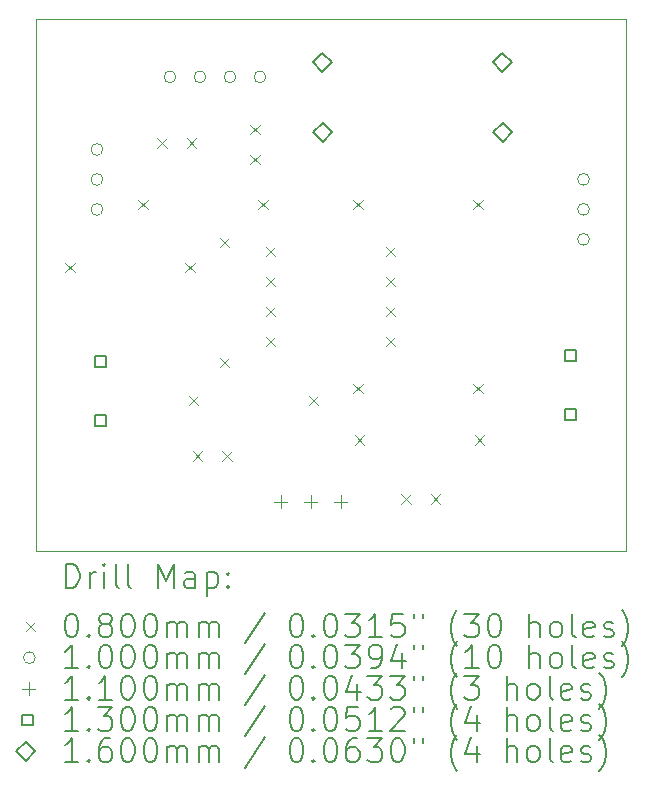
<source format=gbr>
%TF.GenerationSoftware,KiCad,Pcbnew,8.0.1*%
%TF.CreationDate,2024-08-15T00:47:39-03:00*%
%TF.ProjectId,monitoreo_solar,6d6f6e69-746f-4726-956f-5f736f6c6172,rev?*%
%TF.SameCoordinates,Original*%
%TF.FileFunction,Drillmap*%
%TF.FilePolarity,Positive*%
%FSLAX45Y45*%
G04 Gerber Fmt 4.5, Leading zero omitted, Abs format (unit mm)*
G04 Created by KiCad (PCBNEW 8.0.1) date 2024-08-15 00:47:39*
%MOMM*%
%LPD*%
G01*
G04 APERTURE LIST*
%ADD10C,0.050000*%
%ADD11C,0.200000*%
%ADD12C,0.100000*%
%ADD13C,0.110000*%
%ADD14C,0.130000*%
%ADD15C,0.160000*%
G04 APERTURE END LIST*
D10*
X2200000Y-5550000D02*
X7200000Y-5550000D01*
X7200000Y-10050000D01*
X2200000Y-10050000D01*
X2200000Y-5550000D01*
D11*
D12*
X2451500Y-7615000D02*
X2531500Y-7695000D01*
X2531500Y-7615000D02*
X2451500Y-7695000D01*
X3072000Y-7080000D02*
X3152000Y-7160000D01*
X3152000Y-7080000D02*
X3072000Y-7160000D01*
X3230000Y-6560000D02*
X3310000Y-6640000D01*
X3310000Y-6560000D02*
X3230000Y-6640000D01*
X3467500Y-7615000D02*
X3547500Y-7695000D01*
X3547500Y-7615000D02*
X3467500Y-7695000D01*
X3480000Y-6560000D02*
X3560000Y-6640000D01*
X3560000Y-6560000D02*
X3480000Y-6640000D01*
X3500000Y-8740000D02*
X3580000Y-8820000D01*
X3580000Y-8740000D02*
X3500000Y-8820000D01*
X3532500Y-9210000D02*
X3612500Y-9290000D01*
X3612500Y-9210000D02*
X3532500Y-9290000D01*
X3760000Y-7400000D02*
X3840000Y-7480000D01*
X3840000Y-7400000D02*
X3760000Y-7480000D01*
X3760000Y-8416000D02*
X3840000Y-8496000D01*
X3840000Y-8416000D02*
X3760000Y-8496000D01*
X3782500Y-9210000D02*
X3862500Y-9290000D01*
X3862500Y-9210000D02*
X3782500Y-9290000D01*
X4017500Y-6446989D02*
X4097500Y-6526989D01*
X4097500Y-6446989D02*
X4017500Y-6526989D01*
X4017500Y-6696989D02*
X4097500Y-6776989D01*
X4097500Y-6696989D02*
X4017500Y-6776989D01*
X4088000Y-7080000D02*
X4168000Y-7160000D01*
X4168000Y-7080000D02*
X4088000Y-7160000D01*
X4151500Y-7480000D02*
X4231500Y-7560000D01*
X4231500Y-7480000D02*
X4151500Y-7560000D01*
X4151500Y-7734000D02*
X4231500Y-7814000D01*
X4231500Y-7734000D02*
X4151500Y-7814000D01*
X4151500Y-7988000D02*
X4231500Y-8068000D01*
X4231500Y-7988000D02*
X4151500Y-8068000D01*
X4151500Y-8242000D02*
X4231500Y-8322000D01*
X4231500Y-8242000D02*
X4151500Y-8322000D01*
X4516000Y-8740000D02*
X4596000Y-8820000D01*
X4596000Y-8740000D02*
X4516000Y-8820000D01*
X4892000Y-7080000D02*
X4972000Y-7160000D01*
X4972000Y-7080000D02*
X4892000Y-7160000D01*
X4892000Y-8640000D02*
X4972000Y-8720000D01*
X4972000Y-8640000D02*
X4892000Y-8720000D01*
X4902500Y-9075000D02*
X4982500Y-9155000D01*
X4982500Y-9075000D02*
X4902500Y-9155000D01*
X5167500Y-7480000D02*
X5247500Y-7560000D01*
X5247500Y-7480000D02*
X5167500Y-7560000D01*
X5167500Y-7734000D02*
X5247500Y-7814000D01*
X5247500Y-7734000D02*
X5167500Y-7814000D01*
X5167500Y-7988000D02*
X5247500Y-8068000D01*
X5247500Y-7988000D02*
X5167500Y-8068000D01*
X5167500Y-8242000D02*
X5247500Y-8322000D01*
X5247500Y-8242000D02*
X5167500Y-8322000D01*
X5298011Y-9575000D02*
X5378011Y-9655000D01*
X5378011Y-9575000D02*
X5298011Y-9655000D01*
X5548011Y-9575000D02*
X5628011Y-9655000D01*
X5628011Y-9575000D02*
X5548011Y-9655000D01*
X5908000Y-7080000D02*
X5988000Y-7160000D01*
X5988000Y-7080000D02*
X5908000Y-7160000D01*
X5908000Y-8640000D02*
X5988000Y-8720000D01*
X5988000Y-8640000D02*
X5908000Y-8720000D01*
X5918500Y-9075000D02*
X5998500Y-9155000D01*
X5998500Y-9075000D02*
X5918500Y-9155000D01*
X2770000Y-6653500D02*
G75*
G02*
X2670000Y-6653500I-50000J0D01*
G01*
X2670000Y-6653500D02*
G75*
G02*
X2770000Y-6653500I50000J0D01*
G01*
X2770000Y-6907500D02*
G75*
G02*
X2670000Y-6907500I-50000J0D01*
G01*
X2670000Y-6907500D02*
G75*
G02*
X2770000Y-6907500I50000J0D01*
G01*
X2770000Y-7161500D02*
G75*
G02*
X2670000Y-7161500I-50000J0D01*
G01*
X2670000Y-7161500D02*
G75*
G02*
X2770000Y-7161500I50000J0D01*
G01*
X3388000Y-6040000D02*
G75*
G02*
X3288000Y-6040000I-50000J0D01*
G01*
X3288000Y-6040000D02*
G75*
G02*
X3388000Y-6040000I50000J0D01*
G01*
X3642000Y-6040000D02*
G75*
G02*
X3542000Y-6040000I-50000J0D01*
G01*
X3542000Y-6040000D02*
G75*
G02*
X3642000Y-6040000I50000J0D01*
G01*
X3896000Y-6040000D02*
G75*
G02*
X3796000Y-6040000I-50000J0D01*
G01*
X3796000Y-6040000D02*
G75*
G02*
X3896000Y-6040000I50000J0D01*
G01*
X4150000Y-6040000D02*
G75*
G02*
X4050000Y-6040000I-50000J0D01*
G01*
X4050000Y-6040000D02*
G75*
G02*
X4150000Y-6040000I50000J0D01*
G01*
X6890000Y-6906000D02*
G75*
G02*
X6790000Y-6906000I-50000J0D01*
G01*
X6790000Y-6906000D02*
G75*
G02*
X6890000Y-6906000I50000J0D01*
G01*
X6890000Y-7160000D02*
G75*
G02*
X6790000Y-7160000I-50000J0D01*
G01*
X6790000Y-7160000D02*
G75*
G02*
X6890000Y-7160000I50000J0D01*
G01*
X6890000Y-7414000D02*
G75*
G02*
X6790000Y-7414000I-50000J0D01*
G01*
X6790000Y-7414000D02*
G75*
G02*
X6890000Y-7414000I50000J0D01*
G01*
D13*
X4277500Y-9582500D02*
X4277500Y-9692500D01*
X4222500Y-9637500D02*
X4332500Y-9637500D01*
X4531500Y-9582500D02*
X4531500Y-9692500D01*
X4476500Y-9637500D02*
X4586500Y-9637500D01*
X4785500Y-9582500D02*
X4785500Y-9692500D01*
X4730500Y-9637500D02*
X4840500Y-9637500D01*
D14*
X2795962Y-8495962D02*
X2795962Y-8404038D01*
X2704038Y-8404038D01*
X2704038Y-8495962D01*
X2795962Y-8495962D01*
X2795962Y-8995962D02*
X2795962Y-8904038D01*
X2704038Y-8904038D01*
X2704038Y-8995962D01*
X2795962Y-8995962D01*
X6776462Y-8445962D02*
X6776462Y-8354038D01*
X6684538Y-8354038D01*
X6684538Y-8445962D01*
X6776462Y-8445962D01*
X6776462Y-8945962D02*
X6776462Y-8854038D01*
X6684538Y-8854038D01*
X6684538Y-8945962D01*
X6776462Y-8945962D01*
D15*
X4628000Y-5997500D02*
X4708000Y-5917500D01*
X4628000Y-5837500D01*
X4548000Y-5917500D01*
X4628000Y-5997500D01*
X4630500Y-6587500D02*
X4710500Y-6507500D01*
X4630500Y-6427500D01*
X4550500Y-6507500D01*
X4630500Y-6587500D01*
X6152000Y-5997500D02*
X6232000Y-5917500D01*
X6152000Y-5837500D01*
X6072000Y-5917500D01*
X6152000Y-5997500D01*
X6154500Y-6587500D02*
X6234500Y-6507500D01*
X6154500Y-6427500D01*
X6074500Y-6507500D01*
X6154500Y-6587500D01*
D11*
X2458277Y-10363984D02*
X2458277Y-10163984D01*
X2458277Y-10163984D02*
X2505896Y-10163984D01*
X2505896Y-10163984D02*
X2534467Y-10173508D01*
X2534467Y-10173508D02*
X2553515Y-10192555D01*
X2553515Y-10192555D02*
X2563039Y-10211603D01*
X2563039Y-10211603D02*
X2572563Y-10249698D01*
X2572563Y-10249698D02*
X2572563Y-10278270D01*
X2572563Y-10278270D02*
X2563039Y-10316365D01*
X2563039Y-10316365D02*
X2553515Y-10335412D01*
X2553515Y-10335412D02*
X2534467Y-10354460D01*
X2534467Y-10354460D02*
X2505896Y-10363984D01*
X2505896Y-10363984D02*
X2458277Y-10363984D01*
X2658277Y-10363984D02*
X2658277Y-10230650D01*
X2658277Y-10268746D02*
X2667801Y-10249698D01*
X2667801Y-10249698D02*
X2677324Y-10240174D01*
X2677324Y-10240174D02*
X2696372Y-10230650D01*
X2696372Y-10230650D02*
X2715420Y-10230650D01*
X2782086Y-10363984D02*
X2782086Y-10230650D01*
X2782086Y-10163984D02*
X2772563Y-10173508D01*
X2772563Y-10173508D02*
X2782086Y-10183031D01*
X2782086Y-10183031D02*
X2791610Y-10173508D01*
X2791610Y-10173508D02*
X2782086Y-10163984D01*
X2782086Y-10163984D02*
X2782086Y-10183031D01*
X2905896Y-10363984D02*
X2886848Y-10354460D01*
X2886848Y-10354460D02*
X2877324Y-10335412D01*
X2877324Y-10335412D02*
X2877324Y-10163984D01*
X3010658Y-10363984D02*
X2991610Y-10354460D01*
X2991610Y-10354460D02*
X2982086Y-10335412D01*
X2982086Y-10335412D02*
X2982086Y-10163984D01*
X3239229Y-10363984D02*
X3239229Y-10163984D01*
X3239229Y-10163984D02*
X3305896Y-10306841D01*
X3305896Y-10306841D02*
X3372562Y-10163984D01*
X3372562Y-10163984D02*
X3372562Y-10363984D01*
X3553515Y-10363984D02*
X3553515Y-10259222D01*
X3553515Y-10259222D02*
X3543991Y-10240174D01*
X3543991Y-10240174D02*
X3524943Y-10230650D01*
X3524943Y-10230650D02*
X3486848Y-10230650D01*
X3486848Y-10230650D02*
X3467801Y-10240174D01*
X3553515Y-10354460D02*
X3534467Y-10363984D01*
X3534467Y-10363984D02*
X3486848Y-10363984D01*
X3486848Y-10363984D02*
X3467801Y-10354460D01*
X3467801Y-10354460D02*
X3458277Y-10335412D01*
X3458277Y-10335412D02*
X3458277Y-10316365D01*
X3458277Y-10316365D02*
X3467801Y-10297317D01*
X3467801Y-10297317D02*
X3486848Y-10287793D01*
X3486848Y-10287793D02*
X3534467Y-10287793D01*
X3534467Y-10287793D02*
X3553515Y-10278270D01*
X3648753Y-10230650D02*
X3648753Y-10430650D01*
X3648753Y-10240174D02*
X3667801Y-10230650D01*
X3667801Y-10230650D02*
X3705896Y-10230650D01*
X3705896Y-10230650D02*
X3724943Y-10240174D01*
X3724943Y-10240174D02*
X3734467Y-10249698D01*
X3734467Y-10249698D02*
X3743991Y-10268746D01*
X3743991Y-10268746D02*
X3743991Y-10325889D01*
X3743991Y-10325889D02*
X3734467Y-10344936D01*
X3734467Y-10344936D02*
X3724943Y-10354460D01*
X3724943Y-10354460D02*
X3705896Y-10363984D01*
X3705896Y-10363984D02*
X3667801Y-10363984D01*
X3667801Y-10363984D02*
X3648753Y-10354460D01*
X3829705Y-10344936D02*
X3839229Y-10354460D01*
X3839229Y-10354460D02*
X3829705Y-10363984D01*
X3829705Y-10363984D02*
X3820182Y-10354460D01*
X3820182Y-10354460D02*
X3829705Y-10344936D01*
X3829705Y-10344936D02*
X3829705Y-10363984D01*
X3829705Y-10240174D02*
X3839229Y-10249698D01*
X3839229Y-10249698D02*
X3829705Y-10259222D01*
X3829705Y-10259222D02*
X3820182Y-10249698D01*
X3820182Y-10249698D02*
X3829705Y-10240174D01*
X3829705Y-10240174D02*
X3829705Y-10259222D01*
D12*
X2117500Y-10652500D02*
X2197500Y-10732500D01*
X2197500Y-10652500D02*
X2117500Y-10732500D01*
D11*
X2496372Y-10583984D02*
X2515420Y-10583984D01*
X2515420Y-10583984D02*
X2534467Y-10593508D01*
X2534467Y-10593508D02*
X2543991Y-10603031D01*
X2543991Y-10603031D02*
X2553515Y-10622079D01*
X2553515Y-10622079D02*
X2563039Y-10660174D01*
X2563039Y-10660174D02*
X2563039Y-10707793D01*
X2563039Y-10707793D02*
X2553515Y-10745889D01*
X2553515Y-10745889D02*
X2543991Y-10764936D01*
X2543991Y-10764936D02*
X2534467Y-10774460D01*
X2534467Y-10774460D02*
X2515420Y-10783984D01*
X2515420Y-10783984D02*
X2496372Y-10783984D01*
X2496372Y-10783984D02*
X2477324Y-10774460D01*
X2477324Y-10774460D02*
X2467801Y-10764936D01*
X2467801Y-10764936D02*
X2458277Y-10745889D01*
X2458277Y-10745889D02*
X2448753Y-10707793D01*
X2448753Y-10707793D02*
X2448753Y-10660174D01*
X2448753Y-10660174D02*
X2458277Y-10622079D01*
X2458277Y-10622079D02*
X2467801Y-10603031D01*
X2467801Y-10603031D02*
X2477324Y-10593508D01*
X2477324Y-10593508D02*
X2496372Y-10583984D01*
X2648753Y-10764936D02*
X2658277Y-10774460D01*
X2658277Y-10774460D02*
X2648753Y-10783984D01*
X2648753Y-10783984D02*
X2639229Y-10774460D01*
X2639229Y-10774460D02*
X2648753Y-10764936D01*
X2648753Y-10764936D02*
X2648753Y-10783984D01*
X2772563Y-10669698D02*
X2753515Y-10660174D01*
X2753515Y-10660174D02*
X2743991Y-10650650D01*
X2743991Y-10650650D02*
X2734467Y-10631603D01*
X2734467Y-10631603D02*
X2734467Y-10622079D01*
X2734467Y-10622079D02*
X2743991Y-10603031D01*
X2743991Y-10603031D02*
X2753515Y-10593508D01*
X2753515Y-10593508D02*
X2772563Y-10583984D01*
X2772563Y-10583984D02*
X2810658Y-10583984D01*
X2810658Y-10583984D02*
X2829705Y-10593508D01*
X2829705Y-10593508D02*
X2839229Y-10603031D01*
X2839229Y-10603031D02*
X2848753Y-10622079D01*
X2848753Y-10622079D02*
X2848753Y-10631603D01*
X2848753Y-10631603D02*
X2839229Y-10650650D01*
X2839229Y-10650650D02*
X2829705Y-10660174D01*
X2829705Y-10660174D02*
X2810658Y-10669698D01*
X2810658Y-10669698D02*
X2772563Y-10669698D01*
X2772563Y-10669698D02*
X2753515Y-10679222D01*
X2753515Y-10679222D02*
X2743991Y-10688746D01*
X2743991Y-10688746D02*
X2734467Y-10707793D01*
X2734467Y-10707793D02*
X2734467Y-10745889D01*
X2734467Y-10745889D02*
X2743991Y-10764936D01*
X2743991Y-10764936D02*
X2753515Y-10774460D01*
X2753515Y-10774460D02*
X2772563Y-10783984D01*
X2772563Y-10783984D02*
X2810658Y-10783984D01*
X2810658Y-10783984D02*
X2829705Y-10774460D01*
X2829705Y-10774460D02*
X2839229Y-10764936D01*
X2839229Y-10764936D02*
X2848753Y-10745889D01*
X2848753Y-10745889D02*
X2848753Y-10707793D01*
X2848753Y-10707793D02*
X2839229Y-10688746D01*
X2839229Y-10688746D02*
X2829705Y-10679222D01*
X2829705Y-10679222D02*
X2810658Y-10669698D01*
X2972562Y-10583984D02*
X2991610Y-10583984D01*
X2991610Y-10583984D02*
X3010658Y-10593508D01*
X3010658Y-10593508D02*
X3020182Y-10603031D01*
X3020182Y-10603031D02*
X3029705Y-10622079D01*
X3029705Y-10622079D02*
X3039229Y-10660174D01*
X3039229Y-10660174D02*
X3039229Y-10707793D01*
X3039229Y-10707793D02*
X3029705Y-10745889D01*
X3029705Y-10745889D02*
X3020182Y-10764936D01*
X3020182Y-10764936D02*
X3010658Y-10774460D01*
X3010658Y-10774460D02*
X2991610Y-10783984D01*
X2991610Y-10783984D02*
X2972562Y-10783984D01*
X2972562Y-10783984D02*
X2953515Y-10774460D01*
X2953515Y-10774460D02*
X2943991Y-10764936D01*
X2943991Y-10764936D02*
X2934467Y-10745889D01*
X2934467Y-10745889D02*
X2924943Y-10707793D01*
X2924943Y-10707793D02*
X2924943Y-10660174D01*
X2924943Y-10660174D02*
X2934467Y-10622079D01*
X2934467Y-10622079D02*
X2943991Y-10603031D01*
X2943991Y-10603031D02*
X2953515Y-10593508D01*
X2953515Y-10593508D02*
X2972562Y-10583984D01*
X3163039Y-10583984D02*
X3182086Y-10583984D01*
X3182086Y-10583984D02*
X3201134Y-10593508D01*
X3201134Y-10593508D02*
X3210658Y-10603031D01*
X3210658Y-10603031D02*
X3220182Y-10622079D01*
X3220182Y-10622079D02*
X3229705Y-10660174D01*
X3229705Y-10660174D02*
X3229705Y-10707793D01*
X3229705Y-10707793D02*
X3220182Y-10745889D01*
X3220182Y-10745889D02*
X3210658Y-10764936D01*
X3210658Y-10764936D02*
X3201134Y-10774460D01*
X3201134Y-10774460D02*
X3182086Y-10783984D01*
X3182086Y-10783984D02*
X3163039Y-10783984D01*
X3163039Y-10783984D02*
X3143991Y-10774460D01*
X3143991Y-10774460D02*
X3134467Y-10764936D01*
X3134467Y-10764936D02*
X3124943Y-10745889D01*
X3124943Y-10745889D02*
X3115420Y-10707793D01*
X3115420Y-10707793D02*
X3115420Y-10660174D01*
X3115420Y-10660174D02*
X3124943Y-10622079D01*
X3124943Y-10622079D02*
X3134467Y-10603031D01*
X3134467Y-10603031D02*
X3143991Y-10593508D01*
X3143991Y-10593508D02*
X3163039Y-10583984D01*
X3315420Y-10783984D02*
X3315420Y-10650650D01*
X3315420Y-10669698D02*
X3324943Y-10660174D01*
X3324943Y-10660174D02*
X3343991Y-10650650D01*
X3343991Y-10650650D02*
X3372563Y-10650650D01*
X3372563Y-10650650D02*
X3391610Y-10660174D01*
X3391610Y-10660174D02*
X3401134Y-10679222D01*
X3401134Y-10679222D02*
X3401134Y-10783984D01*
X3401134Y-10679222D02*
X3410658Y-10660174D01*
X3410658Y-10660174D02*
X3429705Y-10650650D01*
X3429705Y-10650650D02*
X3458277Y-10650650D01*
X3458277Y-10650650D02*
X3477324Y-10660174D01*
X3477324Y-10660174D02*
X3486848Y-10679222D01*
X3486848Y-10679222D02*
X3486848Y-10783984D01*
X3582086Y-10783984D02*
X3582086Y-10650650D01*
X3582086Y-10669698D02*
X3591610Y-10660174D01*
X3591610Y-10660174D02*
X3610658Y-10650650D01*
X3610658Y-10650650D02*
X3639229Y-10650650D01*
X3639229Y-10650650D02*
X3658277Y-10660174D01*
X3658277Y-10660174D02*
X3667801Y-10679222D01*
X3667801Y-10679222D02*
X3667801Y-10783984D01*
X3667801Y-10679222D02*
X3677324Y-10660174D01*
X3677324Y-10660174D02*
X3696372Y-10650650D01*
X3696372Y-10650650D02*
X3724943Y-10650650D01*
X3724943Y-10650650D02*
X3743991Y-10660174D01*
X3743991Y-10660174D02*
X3753515Y-10679222D01*
X3753515Y-10679222D02*
X3753515Y-10783984D01*
X4143991Y-10574460D02*
X3972563Y-10831603D01*
X4401134Y-10583984D02*
X4420182Y-10583984D01*
X4420182Y-10583984D02*
X4439229Y-10593508D01*
X4439229Y-10593508D02*
X4448753Y-10603031D01*
X4448753Y-10603031D02*
X4458277Y-10622079D01*
X4458277Y-10622079D02*
X4467801Y-10660174D01*
X4467801Y-10660174D02*
X4467801Y-10707793D01*
X4467801Y-10707793D02*
X4458277Y-10745889D01*
X4458277Y-10745889D02*
X4448753Y-10764936D01*
X4448753Y-10764936D02*
X4439229Y-10774460D01*
X4439229Y-10774460D02*
X4420182Y-10783984D01*
X4420182Y-10783984D02*
X4401134Y-10783984D01*
X4401134Y-10783984D02*
X4382087Y-10774460D01*
X4382087Y-10774460D02*
X4372563Y-10764936D01*
X4372563Y-10764936D02*
X4363039Y-10745889D01*
X4363039Y-10745889D02*
X4353515Y-10707793D01*
X4353515Y-10707793D02*
X4353515Y-10660174D01*
X4353515Y-10660174D02*
X4363039Y-10622079D01*
X4363039Y-10622079D02*
X4372563Y-10603031D01*
X4372563Y-10603031D02*
X4382087Y-10593508D01*
X4382087Y-10593508D02*
X4401134Y-10583984D01*
X4553515Y-10764936D02*
X4563039Y-10774460D01*
X4563039Y-10774460D02*
X4553515Y-10783984D01*
X4553515Y-10783984D02*
X4543991Y-10774460D01*
X4543991Y-10774460D02*
X4553515Y-10764936D01*
X4553515Y-10764936D02*
X4553515Y-10783984D01*
X4686848Y-10583984D02*
X4705896Y-10583984D01*
X4705896Y-10583984D02*
X4724944Y-10593508D01*
X4724944Y-10593508D02*
X4734468Y-10603031D01*
X4734468Y-10603031D02*
X4743991Y-10622079D01*
X4743991Y-10622079D02*
X4753515Y-10660174D01*
X4753515Y-10660174D02*
X4753515Y-10707793D01*
X4753515Y-10707793D02*
X4743991Y-10745889D01*
X4743991Y-10745889D02*
X4734468Y-10764936D01*
X4734468Y-10764936D02*
X4724944Y-10774460D01*
X4724944Y-10774460D02*
X4705896Y-10783984D01*
X4705896Y-10783984D02*
X4686848Y-10783984D01*
X4686848Y-10783984D02*
X4667801Y-10774460D01*
X4667801Y-10774460D02*
X4658277Y-10764936D01*
X4658277Y-10764936D02*
X4648753Y-10745889D01*
X4648753Y-10745889D02*
X4639229Y-10707793D01*
X4639229Y-10707793D02*
X4639229Y-10660174D01*
X4639229Y-10660174D02*
X4648753Y-10622079D01*
X4648753Y-10622079D02*
X4658277Y-10603031D01*
X4658277Y-10603031D02*
X4667801Y-10593508D01*
X4667801Y-10593508D02*
X4686848Y-10583984D01*
X4820182Y-10583984D02*
X4943991Y-10583984D01*
X4943991Y-10583984D02*
X4877325Y-10660174D01*
X4877325Y-10660174D02*
X4905896Y-10660174D01*
X4905896Y-10660174D02*
X4924944Y-10669698D01*
X4924944Y-10669698D02*
X4934468Y-10679222D01*
X4934468Y-10679222D02*
X4943991Y-10698270D01*
X4943991Y-10698270D02*
X4943991Y-10745889D01*
X4943991Y-10745889D02*
X4934468Y-10764936D01*
X4934468Y-10764936D02*
X4924944Y-10774460D01*
X4924944Y-10774460D02*
X4905896Y-10783984D01*
X4905896Y-10783984D02*
X4848753Y-10783984D01*
X4848753Y-10783984D02*
X4829706Y-10774460D01*
X4829706Y-10774460D02*
X4820182Y-10764936D01*
X5134468Y-10783984D02*
X5020182Y-10783984D01*
X5077325Y-10783984D02*
X5077325Y-10583984D01*
X5077325Y-10583984D02*
X5058277Y-10612555D01*
X5058277Y-10612555D02*
X5039229Y-10631603D01*
X5039229Y-10631603D02*
X5020182Y-10641127D01*
X5315420Y-10583984D02*
X5220182Y-10583984D01*
X5220182Y-10583984D02*
X5210658Y-10679222D01*
X5210658Y-10679222D02*
X5220182Y-10669698D01*
X5220182Y-10669698D02*
X5239229Y-10660174D01*
X5239229Y-10660174D02*
X5286849Y-10660174D01*
X5286849Y-10660174D02*
X5305896Y-10669698D01*
X5305896Y-10669698D02*
X5315420Y-10679222D01*
X5315420Y-10679222D02*
X5324944Y-10698270D01*
X5324944Y-10698270D02*
X5324944Y-10745889D01*
X5324944Y-10745889D02*
X5315420Y-10764936D01*
X5315420Y-10764936D02*
X5305896Y-10774460D01*
X5305896Y-10774460D02*
X5286849Y-10783984D01*
X5286849Y-10783984D02*
X5239229Y-10783984D01*
X5239229Y-10783984D02*
X5220182Y-10774460D01*
X5220182Y-10774460D02*
X5210658Y-10764936D01*
X5401134Y-10583984D02*
X5401134Y-10622079D01*
X5477325Y-10583984D02*
X5477325Y-10622079D01*
X5772563Y-10860174D02*
X5763039Y-10850650D01*
X5763039Y-10850650D02*
X5743991Y-10822079D01*
X5743991Y-10822079D02*
X5734468Y-10803031D01*
X5734468Y-10803031D02*
X5724944Y-10774460D01*
X5724944Y-10774460D02*
X5715420Y-10726841D01*
X5715420Y-10726841D02*
X5715420Y-10688746D01*
X5715420Y-10688746D02*
X5724944Y-10641127D01*
X5724944Y-10641127D02*
X5734468Y-10612555D01*
X5734468Y-10612555D02*
X5743991Y-10593508D01*
X5743991Y-10593508D02*
X5763039Y-10564936D01*
X5763039Y-10564936D02*
X5772563Y-10555412D01*
X5829706Y-10583984D02*
X5953515Y-10583984D01*
X5953515Y-10583984D02*
X5886848Y-10660174D01*
X5886848Y-10660174D02*
X5915420Y-10660174D01*
X5915420Y-10660174D02*
X5934468Y-10669698D01*
X5934468Y-10669698D02*
X5943991Y-10679222D01*
X5943991Y-10679222D02*
X5953515Y-10698270D01*
X5953515Y-10698270D02*
X5953515Y-10745889D01*
X5953515Y-10745889D02*
X5943991Y-10764936D01*
X5943991Y-10764936D02*
X5934468Y-10774460D01*
X5934468Y-10774460D02*
X5915420Y-10783984D01*
X5915420Y-10783984D02*
X5858277Y-10783984D01*
X5858277Y-10783984D02*
X5839229Y-10774460D01*
X5839229Y-10774460D02*
X5829706Y-10764936D01*
X6077325Y-10583984D02*
X6096372Y-10583984D01*
X6096372Y-10583984D02*
X6115420Y-10593508D01*
X6115420Y-10593508D02*
X6124944Y-10603031D01*
X6124944Y-10603031D02*
X6134468Y-10622079D01*
X6134468Y-10622079D02*
X6143991Y-10660174D01*
X6143991Y-10660174D02*
X6143991Y-10707793D01*
X6143991Y-10707793D02*
X6134468Y-10745889D01*
X6134468Y-10745889D02*
X6124944Y-10764936D01*
X6124944Y-10764936D02*
X6115420Y-10774460D01*
X6115420Y-10774460D02*
X6096372Y-10783984D01*
X6096372Y-10783984D02*
X6077325Y-10783984D01*
X6077325Y-10783984D02*
X6058277Y-10774460D01*
X6058277Y-10774460D02*
X6048753Y-10764936D01*
X6048753Y-10764936D02*
X6039229Y-10745889D01*
X6039229Y-10745889D02*
X6029706Y-10707793D01*
X6029706Y-10707793D02*
X6029706Y-10660174D01*
X6029706Y-10660174D02*
X6039229Y-10622079D01*
X6039229Y-10622079D02*
X6048753Y-10603031D01*
X6048753Y-10603031D02*
X6058277Y-10593508D01*
X6058277Y-10593508D02*
X6077325Y-10583984D01*
X6382087Y-10783984D02*
X6382087Y-10583984D01*
X6467801Y-10783984D02*
X6467801Y-10679222D01*
X6467801Y-10679222D02*
X6458277Y-10660174D01*
X6458277Y-10660174D02*
X6439230Y-10650650D01*
X6439230Y-10650650D02*
X6410658Y-10650650D01*
X6410658Y-10650650D02*
X6391610Y-10660174D01*
X6391610Y-10660174D02*
X6382087Y-10669698D01*
X6591610Y-10783984D02*
X6572563Y-10774460D01*
X6572563Y-10774460D02*
X6563039Y-10764936D01*
X6563039Y-10764936D02*
X6553515Y-10745889D01*
X6553515Y-10745889D02*
X6553515Y-10688746D01*
X6553515Y-10688746D02*
X6563039Y-10669698D01*
X6563039Y-10669698D02*
X6572563Y-10660174D01*
X6572563Y-10660174D02*
X6591610Y-10650650D01*
X6591610Y-10650650D02*
X6620182Y-10650650D01*
X6620182Y-10650650D02*
X6639230Y-10660174D01*
X6639230Y-10660174D02*
X6648753Y-10669698D01*
X6648753Y-10669698D02*
X6658277Y-10688746D01*
X6658277Y-10688746D02*
X6658277Y-10745889D01*
X6658277Y-10745889D02*
X6648753Y-10764936D01*
X6648753Y-10764936D02*
X6639230Y-10774460D01*
X6639230Y-10774460D02*
X6620182Y-10783984D01*
X6620182Y-10783984D02*
X6591610Y-10783984D01*
X6772563Y-10783984D02*
X6753515Y-10774460D01*
X6753515Y-10774460D02*
X6743991Y-10755412D01*
X6743991Y-10755412D02*
X6743991Y-10583984D01*
X6924944Y-10774460D02*
X6905896Y-10783984D01*
X6905896Y-10783984D02*
X6867801Y-10783984D01*
X6867801Y-10783984D02*
X6848753Y-10774460D01*
X6848753Y-10774460D02*
X6839230Y-10755412D01*
X6839230Y-10755412D02*
X6839230Y-10679222D01*
X6839230Y-10679222D02*
X6848753Y-10660174D01*
X6848753Y-10660174D02*
X6867801Y-10650650D01*
X6867801Y-10650650D02*
X6905896Y-10650650D01*
X6905896Y-10650650D02*
X6924944Y-10660174D01*
X6924944Y-10660174D02*
X6934468Y-10679222D01*
X6934468Y-10679222D02*
X6934468Y-10698270D01*
X6934468Y-10698270D02*
X6839230Y-10717317D01*
X7010658Y-10774460D02*
X7029706Y-10783984D01*
X7029706Y-10783984D02*
X7067801Y-10783984D01*
X7067801Y-10783984D02*
X7086849Y-10774460D01*
X7086849Y-10774460D02*
X7096372Y-10755412D01*
X7096372Y-10755412D02*
X7096372Y-10745889D01*
X7096372Y-10745889D02*
X7086849Y-10726841D01*
X7086849Y-10726841D02*
X7067801Y-10717317D01*
X7067801Y-10717317D02*
X7039230Y-10717317D01*
X7039230Y-10717317D02*
X7020182Y-10707793D01*
X7020182Y-10707793D02*
X7010658Y-10688746D01*
X7010658Y-10688746D02*
X7010658Y-10679222D01*
X7010658Y-10679222D02*
X7020182Y-10660174D01*
X7020182Y-10660174D02*
X7039230Y-10650650D01*
X7039230Y-10650650D02*
X7067801Y-10650650D01*
X7067801Y-10650650D02*
X7086849Y-10660174D01*
X7163039Y-10860174D02*
X7172563Y-10850650D01*
X7172563Y-10850650D02*
X7191611Y-10822079D01*
X7191611Y-10822079D02*
X7201134Y-10803031D01*
X7201134Y-10803031D02*
X7210658Y-10774460D01*
X7210658Y-10774460D02*
X7220182Y-10726841D01*
X7220182Y-10726841D02*
X7220182Y-10688746D01*
X7220182Y-10688746D02*
X7210658Y-10641127D01*
X7210658Y-10641127D02*
X7201134Y-10612555D01*
X7201134Y-10612555D02*
X7191611Y-10593508D01*
X7191611Y-10593508D02*
X7172563Y-10564936D01*
X7172563Y-10564936D02*
X7163039Y-10555412D01*
D12*
X2197500Y-10956500D02*
G75*
G02*
X2097500Y-10956500I-50000J0D01*
G01*
X2097500Y-10956500D02*
G75*
G02*
X2197500Y-10956500I50000J0D01*
G01*
D11*
X2563039Y-11047984D02*
X2448753Y-11047984D01*
X2505896Y-11047984D02*
X2505896Y-10847984D01*
X2505896Y-10847984D02*
X2486848Y-10876555D01*
X2486848Y-10876555D02*
X2467801Y-10895603D01*
X2467801Y-10895603D02*
X2448753Y-10905127D01*
X2648753Y-11028936D02*
X2658277Y-11038460D01*
X2658277Y-11038460D02*
X2648753Y-11047984D01*
X2648753Y-11047984D02*
X2639229Y-11038460D01*
X2639229Y-11038460D02*
X2648753Y-11028936D01*
X2648753Y-11028936D02*
X2648753Y-11047984D01*
X2782086Y-10847984D02*
X2801134Y-10847984D01*
X2801134Y-10847984D02*
X2820182Y-10857508D01*
X2820182Y-10857508D02*
X2829705Y-10867031D01*
X2829705Y-10867031D02*
X2839229Y-10886079D01*
X2839229Y-10886079D02*
X2848753Y-10924174D01*
X2848753Y-10924174D02*
X2848753Y-10971793D01*
X2848753Y-10971793D02*
X2839229Y-11009889D01*
X2839229Y-11009889D02*
X2829705Y-11028936D01*
X2829705Y-11028936D02*
X2820182Y-11038460D01*
X2820182Y-11038460D02*
X2801134Y-11047984D01*
X2801134Y-11047984D02*
X2782086Y-11047984D01*
X2782086Y-11047984D02*
X2763039Y-11038460D01*
X2763039Y-11038460D02*
X2753515Y-11028936D01*
X2753515Y-11028936D02*
X2743991Y-11009889D01*
X2743991Y-11009889D02*
X2734467Y-10971793D01*
X2734467Y-10971793D02*
X2734467Y-10924174D01*
X2734467Y-10924174D02*
X2743991Y-10886079D01*
X2743991Y-10886079D02*
X2753515Y-10867031D01*
X2753515Y-10867031D02*
X2763039Y-10857508D01*
X2763039Y-10857508D02*
X2782086Y-10847984D01*
X2972562Y-10847984D02*
X2991610Y-10847984D01*
X2991610Y-10847984D02*
X3010658Y-10857508D01*
X3010658Y-10857508D02*
X3020182Y-10867031D01*
X3020182Y-10867031D02*
X3029705Y-10886079D01*
X3029705Y-10886079D02*
X3039229Y-10924174D01*
X3039229Y-10924174D02*
X3039229Y-10971793D01*
X3039229Y-10971793D02*
X3029705Y-11009889D01*
X3029705Y-11009889D02*
X3020182Y-11028936D01*
X3020182Y-11028936D02*
X3010658Y-11038460D01*
X3010658Y-11038460D02*
X2991610Y-11047984D01*
X2991610Y-11047984D02*
X2972562Y-11047984D01*
X2972562Y-11047984D02*
X2953515Y-11038460D01*
X2953515Y-11038460D02*
X2943991Y-11028936D01*
X2943991Y-11028936D02*
X2934467Y-11009889D01*
X2934467Y-11009889D02*
X2924943Y-10971793D01*
X2924943Y-10971793D02*
X2924943Y-10924174D01*
X2924943Y-10924174D02*
X2934467Y-10886079D01*
X2934467Y-10886079D02*
X2943991Y-10867031D01*
X2943991Y-10867031D02*
X2953515Y-10857508D01*
X2953515Y-10857508D02*
X2972562Y-10847984D01*
X3163039Y-10847984D02*
X3182086Y-10847984D01*
X3182086Y-10847984D02*
X3201134Y-10857508D01*
X3201134Y-10857508D02*
X3210658Y-10867031D01*
X3210658Y-10867031D02*
X3220182Y-10886079D01*
X3220182Y-10886079D02*
X3229705Y-10924174D01*
X3229705Y-10924174D02*
X3229705Y-10971793D01*
X3229705Y-10971793D02*
X3220182Y-11009889D01*
X3220182Y-11009889D02*
X3210658Y-11028936D01*
X3210658Y-11028936D02*
X3201134Y-11038460D01*
X3201134Y-11038460D02*
X3182086Y-11047984D01*
X3182086Y-11047984D02*
X3163039Y-11047984D01*
X3163039Y-11047984D02*
X3143991Y-11038460D01*
X3143991Y-11038460D02*
X3134467Y-11028936D01*
X3134467Y-11028936D02*
X3124943Y-11009889D01*
X3124943Y-11009889D02*
X3115420Y-10971793D01*
X3115420Y-10971793D02*
X3115420Y-10924174D01*
X3115420Y-10924174D02*
X3124943Y-10886079D01*
X3124943Y-10886079D02*
X3134467Y-10867031D01*
X3134467Y-10867031D02*
X3143991Y-10857508D01*
X3143991Y-10857508D02*
X3163039Y-10847984D01*
X3315420Y-11047984D02*
X3315420Y-10914650D01*
X3315420Y-10933698D02*
X3324943Y-10924174D01*
X3324943Y-10924174D02*
X3343991Y-10914650D01*
X3343991Y-10914650D02*
X3372563Y-10914650D01*
X3372563Y-10914650D02*
X3391610Y-10924174D01*
X3391610Y-10924174D02*
X3401134Y-10943222D01*
X3401134Y-10943222D02*
X3401134Y-11047984D01*
X3401134Y-10943222D02*
X3410658Y-10924174D01*
X3410658Y-10924174D02*
X3429705Y-10914650D01*
X3429705Y-10914650D02*
X3458277Y-10914650D01*
X3458277Y-10914650D02*
X3477324Y-10924174D01*
X3477324Y-10924174D02*
X3486848Y-10943222D01*
X3486848Y-10943222D02*
X3486848Y-11047984D01*
X3582086Y-11047984D02*
X3582086Y-10914650D01*
X3582086Y-10933698D02*
X3591610Y-10924174D01*
X3591610Y-10924174D02*
X3610658Y-10914650D01*
X3610658Y-10914650D02*
X3639229Y-10914650D01*
X3639229Y-10914650D02*
X3658277Y-10924174D01*
X3658277Y-10924174D02*
X3667801Y-10943222D01*
X3667801Y-10943222D02*
X3667801Y-11047984D01*
X3667801Y-10943222D02*
X3677324Y-10924174D01*
X3677324Y-10924174D02*
X3696372Y-10914650D01*
X3696372Y-10914650D02*
X3724943Y-10914650D01*
X3724943Y-10914650D02*
X3743991Y-10924174D01*
X3743991Y-10924174D02*
X3753515Y-10943222D01*
X3753515Y-10943222D02*
X3753515Y-11047984D01*
X4143991Y-10838460D02*
X3972563Y-11095603D01*
X4401134Y-10847984D02*
X4420182Y-10847984D01*
X4420182Y-10847984D02*
X4439229Y-10857508D01*
X4439229Y-10857508D02*
X4448753Y-10867031D01*
X4448753Y-10867031D02*
X4458277Y-10886079D01*
X4458277Y-10886079D02*
X4467801Y-10924174D01*
X4467801Y-10924174D02*
X4467801Y-10971793D01*
X4467801Y-10971793D02*
X4458277Y-11009889D01*
X4458277Y-11009889D02*
X4448753Y-11028936D01*
X4448753Y-11028936D02*
X4439229Y-11038460D01*
X4439229Y-11038460D02*
X4420182Y-11047984D01*
X4420182Y-11047984D02*
X4401134Y-11047984D01*
X4401134Y-11047984D02*
X4382087Y-11038460D01*
X4382087Y-11038460D02*
X4372563Y-11028936D01*
X4372563Y-11028936D02*
X4363039Y-11009889D01*
X4363039Y-11009889D02*
X4353515Y-10971793D01*
X4353515Y-10971793D02*
X4353515Y-10924174D01*
X4353515Y-10924174D02*
X4363039Y-10886079D01*
X4363039Y-10886079D02*
X4372563Y-10867031D01*
X4372563Y-10867031D02*
X4382087Y-10857508D01*
X4382087Y-10857508D02*
X4401134Y-10847984D01*
X4553515Y-11028936D02*
X4563039Y-11038460D01*
X4563039Y-11038460D02*
X4553515Y-11047984D01*
X4553515Y-11047984D02*
X4543991Y-11038460D01*
X4543991Y-11038460D02*
X4553515Y-11028936D01*
X4553515Y-11028936D02*
X4553515Y-11047984D01*
X4686848Y-10847984D02*
X4705896Y-10847984D01*
X4705896Y-10847984D02*
X4724944Y-10857508D01*
X4724944Y-10857508D02*
X4734468Y-10867031D01*
X4734468Y-10867031D02*
X4743991Y-10886079D01*
X4743991Y-10886079D02*
X4753515Y-10924174D01*
X4753515Y-10924174D02*
X4753515Y-10971793D01*
X4753515Y-10971793D02*
X4743991Y-11009889D01*
X4743991Y-11009889D02*
X4734468Y-11028936D01*
X4734468Y-11028936D02*
X4724944Y-11038460D01*
X4724944Y-11038460D02*
X4705896Y-11047984D01*
X4705896Y-11047984D02*
X4686848Y-11047984D01*
X4686848Y-11047984D02*
X4667801Y-11038460D01*
X4667801Y-11038460D02*
X4658277Y-11028936D01*
X4658277Y-11028936D02*
X4648753Y-11009889D01*
X4648753Y-11009889D02*
X4639229Y-10971793D01*
X4639229Y-10971793D02*
X4639229Y-10924174D01*
X4639229Y-10924174D02*
X4648753Y-10886079D01*
X4648753Y-10886079D02*
X4658277Y-10867031D01*
X4658277Y-10867031D02*
X4667801Y-10857508D01*
X4667801Y-10857508D02*
X4686848Y-10847984D01*
X4820182Y-10847984D02*
X4943991Y-10847984D01*
X4943991Y-10847984D02*
X4877325Y-10924174D01*
X4877325Y-10924174D02*
X4905896Y-10924174D01*
X4905896Y-10924174D02*
X4924944Y-10933698D01*
X4924944Y-10933698D02*
X4934468Y-10943222D01*
X4934468Y-10943222D02*
X4943991Y-10962270D01*
X4943991Y-10962270D02*
X4943991Y-11009889D01*
X4943991Y-11009889D02*
X4934468Y-11028936D01*
X4934468Y-11028936D02*
X4924944Y-11038460D01*
X4924944Y-11038460D02*
X4905896Y-11047984D01*
X4905896Y-11047984D02*
X4848753Y-11047984D01*
X4848753Y-11047984D02*
X4829706Y-11038460D01*
X4829706Y-11038460D02*
X4820182Y-11028936D01*
X5039229Y-11047984D02*
X5077325Y-11047984D01*
X5077325Y-11047984D02*
X5096372Y-11038460D01*
X5096372Y-11038460D02*
X5105896Y-11028936D01*
X5105896Y-11028936D02*
X5124944Y-11000365D01*
X5124944Y-11000365D02*
X5134468Y-10962270D01*
X5134468Y-10962270D02*
X5134468Y-10886079D01*
X5134468Y-10886079D02*
X5124944Y-10867031D01*
X5124944Y-10867031D02*
X5115420Y-10857508D01*
X5115420Y-10857508D02*
X5096372Y-10847984D01*
X5096372Y-10847984D02*
X5058277Y-10847984D01*
X5058277Y-10847984D02*
X5039229Y-10857508D01*
X5039229Y-10857508D02*
X5029706Y-10867031D01*
X5029706Y-10867031D02*
X5020182Y-10886079D01*
X5020182Y-10886079D02*
X5020182Y-10933698D01*
X5020182Y-10933698D02*
X5029706Y-10952746D01*
X5029706Y-10952746D02*
X5039229Y-10962270D01*
X5039229Y-10962270D02*
X5058277Y-10971793D01*
X5058277Y-10971793D02*
X5096372Y-10971793D01*
X5096372Y-10971793D02*
X5115420Y-10962270D01*
X5115420Y-10962270D02*
X5124944Y-10952746D01*
X5124944Y-10952746D02*
X5134468Y-10933698D01*
X5305896Y-10914650D02*
X5305896Y-11047984D01*
X5258277Y-10838460D02*
X5210658Y-10981317D01*
X5210658Y-10981317D02*
X5334468Y-10981317D01*
X5401134Y-10847984D02*
X5401134Y-10886079D01*
X5477325Y-10847984D02*
X5477325Y-10886079D01*
X5772563Y-11124174D02*
X5763039Y-11114650D01*
X5763039Y-11114650D02*
X5743991Y-11086079D01*
X5743991Y-11086079D02*
X5734468Y-11067031D01*
X5734468Y-11067031D02*
X5724944Y-11038460D01*
X5724944Y-11038460D02*
X5715420Y-10990841D01*
X5715420Y-10990841D02*
X5715420Y-10952746D01*
X5715420Y-10952746D02*
X5724944Y-10905127D01*
X5724944Y-10905127D02*
X5734468Y-10876555D01*
X5734468Y-10876555D02*
X5743991Y-10857508D01*
X5743991Y-10857508D02*
X5763039Y-10828936D01*
X5763039Y-10828936D02*
X5772563Y-10819412D01*
X5953515Y-11047984D02*
X5839229Y-11047984D01*
X5896372Y-11047984D02*
X5896372Y-10847984D01*
X5896372Y-10847984D02*
X5877325Y-10876555D01*
X5877325Y-10876555D02*
X5858277Y-10895603D01*
X5858277Y-10895603D02*
X5839229Y-10905127D01*
X6077325Y-10847984D02*
X6096372Y-10847984D01*
X6096372Y-10847984D02*
X6115420Y-10857508D01*
X6115420Y-10857508D02*
X6124944Y-10867031D01*
X6124944Y-10867031D02*
X6134468Y-10886079D01*
X6134468Y-10886079D02*
X6143991Y-10924174D01*
X6143991Y-10924174D02*
X6143991Y-10971793D01*
X6143991Y-10971793D02*
X6134468Y-11009889D01*
X6134468Y-11009889D02*
X6124944Y-11028936D01*
X6124944Y-11028936D02*
X6115420Y-11038460D01*
X6115420Y-11038460D02*
X6096372Y-11047984D01*
X6096372Y-11047984D02*
X6077325Y-11047984D01*
X6077325Y-11047984D02*
X6058277Y-11038460D01*
X6058277Y-11038460D02*
X6048753Y-11028936D01*
X6048753Y-11028936D02*
X6039229Y-11009889D01*
X6039229Y-11009889D02*
X6029706Y-10971793D01*
X6029706Y-10971793D02*
X6029706Y-10924174D01*
X6029706Y-10924174D02*
X6039229Y-10886079D01*
X6039229Y-10886079D02*
X6048753Y-10867031D01*
X6048753Y-10867031D02*
X6058277Y-10857508D01*
X6058277Y-10857508D02*
X6077325Y-10847984D01*
X6382087Y-11047984D02*
X6382087Y-10847984D01*
X6467801Y-11047984D02*
X6467801Y-10943222D01*
X6467801Y-10943222D02*
X6458277Y-10924174D01*
X6458277Y-10924174D02*
X6439230Y-10914650D01*
X6439230Y-10914650D02*
X6410658Y-10914650D01*
X6410658Y-10914650D02*
X6391610Y-10924174D01*
X6391610Y-10924174D02*
X6382087Y-10933698D01*
X6591610Y-11047984D02*
X6572563Y-11038460D01*
X6572563Y-11038460D02*
X6563039Y-11028936D01*
X6563039Y-11028936D02*
X6553515Y-11009889D01*
X6553515Y-11009889D02*
X6553515Y-10952746D01*
X6553515Y-10952746D02*
X6563039Y-10933698D01*
X6563039Y-10933698D02*
X6572563Y-10924174D01*
X6572563Y-10924174D02*
X6591610Y-10914650D01*
X6591610Y-10914650D02*
X6620182Y-10914650D01*
X6620182Y-10914650D02*
X6639230Y-10924174D01*
X6639230Y-10924174D02*
X6648753Y-10933698D01*
X6648753Y-10933698D02*
X6658277Y-10952746D01*
X6658277Y-10952746D02*
X6658277Y-11009889D01*
X6658277Y-11009889D02*
X6648753Y-11028936D01*
X6648753Y-11028936D02*
X6639230Y-11038460D01*
X6639230Y-11038460D02*
X6620182Y-11047984D01*
X6620182Y-11047984D02*
X6591610Y-11047984D01*
X6772563Y-11047984D02*
X6753515Y-11038460D01*
X6753515Y-11038460D02*
X6743991Y-11019412D01*
X6743991Y-11019412D02*
X6743991Y-10847984D01*
X6924944Y-11038460D02*
X6905896Y-11047984D01*
X6905896Y-11047984D02*
X6867801Y-11047984D01*
X6867801Y-11047984D02*
X6848753Y-11038460D01*
X6848753Y-11038460D02*
X6839230Y-11019412D01*
X6839230Y-11019412D02*
X6839230Y-10943222D01*
X6839230Y-10943222D02*
X6848753Y-10924174D01*
X6848753Y-10924174D02*
X6867801Y-10914650D01*
X6867801Y-10914650D02*
X6905896Y-10914650D01*
X6905896Y-10914650D02*
X6924944Y-10924174D01*
X6924944Y-10924174D02*
X6934468Y-10943222D01*
X6934468Y-10943222D02*
X6934468Y-10962270D01*
X6934468Y-10962270D02*
X6839230Y-10981317D01*
X7010658Y-11038460D02*
X7029706Y-11047984D01*
X7029706Y-11047984D02*
X7067801Y-11047984D01*
X7067801Y-11047984D02*
X7086849Y-11038460D01*
X7086849Y-11038460D02*
X7096372Y-11019412D01*
X7096372Y-11019412D02*
X7096372Y-11009889D01*
X7096372Y-11009889D02*
X7086849Y-10990841D01*
X7086849Y-10990841D02*
X7067801Y-10981317D01*
X7067801Y-10981317D02*
X7039230Y-10981317D01*
X7039230Y-10981317D02*
X7020182Y-10971793D01*
X7020182Y-10971793D02*
X7010658Y-10952746D01*
X7010658Y-10952746D02*
X7010658Y-10943222D01*
X7010658Y-10943222D02*
X7020182Y-10924174D01*
X7020182Y-10924174D02*
X7039230Y-10914650D01*
X7039230Y-10914650D02*
X7067801Y-10914650D01*
X7067801Y-10914650D02*
X7086849Y-10924174D01*
X7163039Y-11124174D02*
X7172563Y-11114650D01*
X7172563Y-11114650D02*
X7191611Y-11086079D01*
X7191611Y-11086079D02*
X7201134Y-11067031D01*
X7201134Y-11067031D02*
X7210658Y-11038460D01*
X7210658Y-11038460D02*
X7220182Y-10990841D01*
X7220182Y-10990841D02*
X7220182Y-10952746D01*
X7220182Y-10952746D02*
X7210658Y-10905127D01*
X7210658Y-10905127D02*
X7201134Y-10876555D01*
X7201134Y-10876555D02*
X7191611Y-10857508D01*
X7191611Y-10857508D02*
X7172563Y-10828936D01*
X7172563Y-10828936D02*
X7163039Y-10819412D01*
D13*
X2142500Y-11165500D02*
X2142500Y-11275500D01*
X2087500Y-11220500D02*
X2197500Y-11220500D01*
D11*
X2563039Y-11311984D02*
X2448753Y-11311984D01*
X2505896Y-11311984D02*
X2505896Y-11111984D01*
X2505896Y-11111984D02*
X2486848Y-11140555D01*
X2486848Y-11140555D02*
X2467801Y-11159603D01*
X2467801Y-11159603D02*
X2448753Y-11169127D01*
X2648753Y-11292936D02*
X2658277Y-11302460D01*
X2658277Y-11302460D02*
X2648753Y-11311984D01*
X2648753Y-11311984D02*
X2639229Y-11302460D01*
X2639229Y-11302460D02*
X2648753Y-11292936D01*
X2648753Y-11292936D02*
X2648753Y-11311984D01*
X2848753Y-11311984D02*
X2734467Y-11311984D01*
X2791610Y-11311984D02*
X2791610Y-11111984D01*
X2791610Y-11111984D02*
X2772563Y-11140555D01*
X2772563Y-11140555D02*
X2753515Y-11159603D01*
X2753515Y-11159603D02*
X2734467Y-11169127D01*
X2972562Y-11111984D02*
X2991610Y-11111984D01*
X2991610Y-11111984D02*
X3010658Y-11121508D01*
X3010658Y-11121508D02*
X3020182Y-11131031D01*
X3020182Y-11131031D02*
X3029705Y-11150079D01*
X3029705Y-11150079D02*
X3039229Y-11188174D01*
X3039229Y-11188174D02*
X3039229Y-11235793D01*
X3039229Y-11235793D02*
X3029705Y-11273888D01*
X3029705Y-11273888D02*
X3020182Y-11292936D01*
X3020182Y-11292936D02*
X3010658Y-11302460D01*
X3010658Y-11302460D02*
X2991610Y-11311984D01*
X2991610Y-11311984D02*
X2972562Y-11311984D01*
X2972562Y-11311984D02*
X2953515Y-11302460D01*
X2953515Y-11302460D02*
X2943991Y-11292936D01*
X2943991Y-11292936D02*
X2934467Y-11273888D01*
X2934467Y-11273888D02*
X2924943Y-11235793D01*
X2924943Y-11235793D02*
X2924943Y-11188174D01*
X2924943Y-11188174D02*
X2934467Y-11150079D01*
X2934467Y-11150079D02*
X2943991Y-11131031D01*
X2943991Y-11131031D02*
X2953515Y-11121508D01*
X2953515Y-11121508D02*
X2972562Y-11111984D01*
X3163039Y-11111984D02*
X3182086Y-11111984D01*
X3182086Y-11111984D02*
X3201134Y-11121508D01*
X3201134Y-11121508D02*
X3210658Y-11131031D01*
X3210658Y-11131031D02*
X3220182Y-11150079D01*
X3220182Y-11150079D02*
X3229705Y-11188174D01*
X3229705Y-11188174D02*
X3229705Y-11235793D01*
X3229705Y-11235793D02*
X3220182Y-11273888D01*
X3220182Y-11273888D02*
X3210658Y-11292936D01*
X3210658Y-11292936D02*
X3201134Y-11302460D01*
X3201134Y-11302460D02*
X3182086Y-11311984D01*
X3182086Y-11311984D02*
X3163039Y-11311984D01*
X3163039Y-11311984D02*
X3143991Y-11302460D01*
X3143991Y-11302460D02*
X3134467Y-11292936D01*
X3134467Y-11292936D02*
X3124943Y-11273888D01*
X3124943Y-11273888D02*
X3115420Y-11235793D01*
X3115420Y-11235793D02*
X3115420Y-11188174D01*
X3115420Y-11188174D02*
X3124943Y-11150079D01*
X3124943Y-11150079D02*
X3134467Y-11131031D01*
X3134467Y-11131031D02*
X3143991Y-11121508D01*
X3143991Y-11121508D02*
X3163039Y-11111984D01*
X3315420Y-11311984D02*
X3315420Y-11178650D01*
X3315420Y-11197698D02*
X3324943Y-11188174D01*
X3324943Y-11188174D02*
X3343991Y-11178650D01*
X3343991Y-11178650D02*
X3372563Y-11178650D01*
X3372563Y-11178650D02*
X3391610Y-11188174D01*
X3391610Y-11188174D02*
X3401134Y-11207222D01*
X3401134Y-11207222D02*
X3401134Y-11311984D01*
X3401134Y-11207222D02*
X3410658Y-11188174D01*
X3410658Y-11188174D02*
X3429705Y-11178650D01*
X3429705Y-11178650D02*
X3458277Y-11178650D01*
X3458277Y-11178650D02*
X3477324Y-11188174D01*
X3477324Y-11188174D02*
X3486848Y-11207222D01*
X3486848Y-11207222D02*
X3486848Y-11311984D01*
X3582086Y-11311984D02*
X3582086Y-11178650D01*
X3582086Y-11197698D02*
X3591610Y-11188174D01*
X3591610Y-11188174D02*
X3610658Y-11178650D01*
X3610658Y-11178650D02*
X3639229Y-11178650D01*
X3639229Y-11178650D02*
X3658277Y-11188174D01*
X3658277Y-11188174D02*
X3667801Y-11207222D01*
X3667801Y-11207222D02*
X3667801Y-11311984D01*
X3667801Y-11207222D02*
X3677324Y-11188174D01*
X3677324Y-11188174D02*
X3696372Y-11178650D01*
X3696372Y-11178650D02*
X3724943Y-11178650D01*
X3724943Y-11178650D02*
X3743991Y-11188174D01*
X3743991Y-11188174D02*
X3753515Y-11207222D01*
X3753515Y-11207222D02*
X3753515Y-11311984D01*
X4143991Y-11102460D02*
X3972563Y-11359603D01*
X4401134Y-11111984D02*
X4420182Y-11111984D01*
X4420182Y-11111984D02*
X4439229Y-11121508D01*
X4439229Y-11121508D02*
X4448753Y-11131031D01*
X4448753Y-11131031D02*
X4458277Y-11150079D01*
X4458277Y-11150079D02*
X4467801Y-11188174D01*
X4467801Y-11188174D02*
X4467801Y-11235793D01*
X4467801Y-11235793D02*
X4458277Y-11273888D01*
X4458277Y-11273888D02*
X4448753Y-11292936D01*
X4448753Y-11292936D02*
X4439229Y-11302460D01*
X4439229Y-11302460D02*
X4420182Y-11311984D01*
X4420182Y-11311984D02*
X4401134Y-11311984D01*
X4401134Y-11311984D02*
X4382087Y-11302460D01*
X4382087Y-11302460D02*
X4372563Y-11292936D01*
X4372563Y-11292936D02*
X4363039Y-11273888D01*
X4363039Y-11273888D02*
X4353515Y-11235793D01*
X4353515Y-11235793D02*
X4353515Y-11188174D01*
X4353515Y-11188174D02*
X4363039Y-11150079D01*
X4363039Y-11150079D02*
X4372563Y-11131031D01*
X4372563Y-11131031D02*
X4382087Y-11121508D01*
X4382087Y-11121508D02*
X4401134Y-11111984D01*
X4553515Y-11292936D02*
X4563039Y-11302460D01*
X4563039Y-11302460D02*
X4553515Y-11311984D01*
X4553515Y-11311984D02*
X4543991Y-11302460D01*
X4543991Y-11302460D02*
X4553515Y-11292936D01*
X4553515Y-11292936D02*
X4553515Y-11311984D01*
X4686848Y-11111984D02*
X4705896Y-11111984D01*
X4705896Y-11111984D02*
X4724944Y-11121508D01*
X4724944Y-11121508D02*
X4734468Y-11131031D01*
X4734468Y-11131031D02*
X4743991Y-11150079D01*
X4743991Y-11150079D02*
X4753515Y-11188174D01*
X4753515Y-11188174D02*
X4753515Y-11235793D01*
X4753515Y-11235793D02*
X4743991Y-11273888D01*
X4743991Y-11273888D02*
X4734468Y-11292936D01*
X4734468Y-11292936D02*
X4724944Y-11302460D01*
X4724944Y-11302460D02*
X4705896Y-11311984D01*
X4705896Y-11311984D02*
X4686848Y-11311984D01*
X4686848Y-11311984D02*
X4667801Y-11302460D01*
X4667801Y-11302460D02*
X4658277Y-11292936D01*
X4658277Y-11292936D02*
X4648753Y-11273888D01*
X4648753Y-11273888D02*
X4639229Y-11235793D01*
X4639229Y-11235793D02*
X4639229Y-11188174D01*
X4639229Y-11188174D02*
X4648753Y-11150079D01*
X4648753Y-11150079D02*
X4658277Y-11131031D01*
X4658277Y-11131031D02*
X4667801Y-11121508D01*
X4667801Y-11121508D02*
X4686848Y-11111984D01*
X4924944Y-11178650D02*
X4924944Y-11311984D01*
X4877325Y-11102460D02*
X4829706Y-11245317D01*
X4829706Y-11245317D02*
X4953515Y-11245317D01*
X5010658Y-11111984D02*
X5134468Y-11111984D01*
X5134468Y-11111984D02*
X5067801Y-11188174D01*
X5067801Y-11188174D02*
X5096372Y-11188174D01*
X5096372Y-11188174D02*
X5115420Y-11197698D01*
X5115420Y-11197698D02*
X5124944Y-11207222D01*
X5124944Y-11207222D02*
X5134468Y-11226269D01*
X5134468Y-11226269D02*
X5134468Y-11273888D01*
X5134468Y-11273888D02*
X5124944Y-11292936D01*
X5124944Y-11292936D02*
X5115420Y-11302460D01*
X5115420Y-11302460D02*
X5096372Y-11311984D01*
X5096372Y-11311984D02*
X5039229Y-11311984D01*
X5039229Y-11311984D02*
X5020182Y-11302460D01*
X5020182Y-11302460D02*
X5010658Y-11292936D01*
X5201134Y-11111984D02*
X5324944Y-11111984D01*
X5324944Y-11111984D02*
X5258277Y-11188174D01*
X5258277Y-11188174D02*
X5286849Y-11188174D01*
X5286849Y-11188174D02*
X5305896Y-11197698D01*
X5305896Y-11197698D02*
X5315420Y-11207222D01*
X5315420Y-11207222D02*
X5324944Y-11226269D01*
X5324944Y-11226269D02*
X5324944Y-11273888D01*
X5324944Y-11273888D02*
X5315420Y-11292936D01*
X5315420Y-11292936D02*
X5305896Y-11302460D01*
X5305896Y-11302460D02*
X5286849Y-11311984D01*
X5286849Y-11311984D02*
X5229706Y-11311984D01*
X5229706Y-11311984D02*
X5210658Y-11302460D01*
X5210658Y-11302460D02*
X5201134Y-11292936D01*
X5401134Y-11111984D02*
X5401134Y-11150079D01*
X5477325Y-11111984D02*
X5477325Y-11150079D01*
X5772563Y-11388174D02*
X5763039Y-11378650D01*
X5763039Y-11378650D02*
X5743991Y-11350079D01*
X5743991Y-11350079D02*
X5734468Y-11331031D01*
X5734468Y-11331031D02*
X5724944Y-11302460D01*
X5724944Y-11302460D02*
X5715420Y-11254841D01*
X5715420Y-11254841D02*
X5715420Y-11216746D01*
X5715420Y-11216746D02*
X5724944Y-11169127D01*
X5724944Y-11169127D02*
X5734468Y-11140555D01*
X5734468Y-11140555D02*
X5743991Y-11121508D01*
X5743991Y-11121508D02*
X5763039Y-11092936D01*
X5763039Y-11092936D02*
X5772563Y-11083412D01*
X5829706Y-11111984D02*
X5953515Y-11111984D01*
X5953515Y-11111984D02*
X5886848Y-11188174D01*
X5886848Y-11188174D02*
X5915420Y-11188174D01*
X5915420Y-11188174D02*
X5934468Y-11197698D01*
X5934468Y-11197698D02*
X5943991Y-11207222D01*
X5943991Y-11207222D02*
X5953515Y-11226269D01*
X5953515Y-11226269D02*
X5953515Y-11273888D01*
X5953515Y-11273888D02*
X5943991Y-11292936D01*
X5943991Y-11292936D02*
X5934468Y-11302460D01*
X5934468Y-11302460D02*
X5915420Y-11311984D01*
X5915420Y-11311984D02*
X5858277Y-11311984D01*
X5858277Y-11311984D02*
X5839229Y-11302460D01*
X5839229Y-11302460D02*
X5829706Y-11292936D01*
X6191610Y-11311984D02*
X6191610Y-11111984D01*
X6277325Y-11311984D02*
X6277325Y-11207222D01*
X6277325Y-11207222D02*
X6267801Y-11188174D01*
X6267801Y-11188174D02*
X6248753Y-11178650D01*
X6248753Y-11178650D02*
X6220182Y-11178650D01*
X6220182Y-11178650D02*
X6201134Y-11188174D01*
X6201134Y-11188174D02*
X6191610Y-11197698D01*
X6401134Y-11311984D02*
X6382087Y-11302460D01*
X6382087Y-11302460D02*
X6372563Y-11292936D01*
X6372563Y-11292936D02*
X6363039Y-11273888D01*
X6363039Y-11273888D02*
X6363039Y-11216746D01*
X6363039Y-11216746D02*
X6372563Y-11197698D01*
X6372563Y-11197698D02*
X6382087Y-11188174D01*
X6382087Y-11188174D02*
X6401134Y-11178650D01*
X6401134Y-11178650D02*
X6429706Y-11178650D01*
X6429706Y-11178650D02*
X6448753Y-11188174D01*
X6448753Y-11188174D02*
X6458277Y-11197698D01*
X6458277Y-11197698D02*
X6467801Y-11216746D01*
X6467801Y-11216746D02*
X6467801Y-11273888D01*
X6467801Y-11273888D02*
X6458277Y-11292936D01*
X6458277Y-11292936D02*
X6448753Y-11302460D01*
X6448753Y-11302460D02*
X6429706Y-11311984D01*
X6429706Y-11311984D02*
X6401134Y-11311984D01*
X6582087Y-11311984D02*
X6563039Y-11302460D01*
X6563039Y-11302460D02*
X6553515Y-11283412D01*
X6553515Y-11283412D02*
X6553515Y-11111984D01*
X6734468Y-11302460D02*
X6715420Y-11311984D01*
X6715420Y-11311984D02*
X6677325Y-11311984D01*
X6677325Y-11311984D02*
X6658277Y-11302460D01*
X6658277Y-11302460D02*
X6648753Y-11283412D01*
X6648753Y-11283412D02*
X6648753Y-11207222D01*
X6648753Y-11207222D02*
X6658277Y-11188174D01*
X6658277Y-11188174D02*
X6677325Y-11178650D01*
X6677325Y-11178650D02*
X6715420Y-11178650D01*
X6715420Y-11178650D02*
X6734468Y-11188174D01*
X6734468Y-11188174D02*
X6743991Y-11207222D01*
X6743991Y-11207222D02*
X6743991Y-11226269D01*
X6743991Y-11226269D02*
X6648753Y-11245317D01*
X6820182Y-11302460D02*
X6839230Y-11311984D01*
X6839230Y-11311984D02*
X6877325Y-11311984D01*
X6877325Y-11311984D02*
X6896372Y-11302460D01*
X6896372Y-11302460D02*
X6905896Y-11283412D01*
X6905896Y-11283412D02*
X6905896Y-11273888D01*
X6905896Y-11273888D02*
X6896372Y-11254841D01*
X6896372Y-11254841D02*
X6877325Y-11245317D01*
X6877325Y-11245317D02*
X6848753Y-11245317D01*
X6848753Y-11245317D02*
X6829706Y-11235793D01*
X6829706Y-11235793D02*
X6820182Y-11216746D01*
X6820182Y-11216746D02*
X6820182Y-11207222D01*
X6820182Y-11207222D02*
X6829706Y-11188174D01*
X6829706Y-11188174D02*
X6848753Y-11178650D01*
X6848753Y-11178650D02*
X6877325Y-11178650D01*
X6877325Y-11178650D02*
X6896372Y-11188174D01*
X6972563Y-11388174D02*
X6982087Y-11378650D01*
X6982087Y-11378650D02*
X7001134Y-11350079D01*
X7001134Y-11350079D02*
X7010658Y-11331031D01*
X7010658Y-11331031D02*
X7020182Y-11302460D01*
X7020182Y-11302460D02*
X7029706Y-11254841D01*
X7029706Y-11254841D02*
X7029706Y-11216746D01*
X7029706Y-11216746D02*
X7020182Y-11169127D01*
X7020182Y-11169127D02*
X7010658Y-11140555D01*
X7010658Y-11140555D02*
X7001134Y-11121508D01*
X7001134Y-11121508D02*
X6982087Y-11092936D01*
X6982087Y-11092936D02*
X6972563Y-11083412D01*
D14*
X2178462Y-11530462D02*
X2178462Y-11438538D01*
X2086538Y-11438538D01*
X2086538Y-11530462D01*
X2178462Y-11530462D01*
D11*
X2563039Y-11575984D02*
X2448753Y-11575984D01*
X2505896Y-11575984D02*
X2505896Y-11375984D01*
X2505896Y-11375984D02*
X2486848Y-11404555D01*
X2486848Y-11404555D02*
X2467801Y-11423603D01*
X2467801Y-11423603D02*
X2448753Y-11433127D01*
X2648753Y-11556936D02*
X2658277Y-11566460D01*
X2658277Y-11566460D02*
X2648753Y-11575984D01*
X2648753Y-11575984D02*
X2639229Y-11566460D01*
X2639229Y-11566460D02*
X2648753Y-11556936D01*
X2648753Y-11556936D02*
X2648753Y-11575984D01*
X2724944Y-11375984D02*
X2848753Y-11375984D01*
X2848753Y-11375984D02*
X2782086Y-11452174D01*
X2782086Y-11452174D02*
X2810658Y-11452174D01*
X2810658Y-11452174D02*
X2829705Y-11461698D01*
X2829705Y-11461698D02*
X2839229Y-11471222D01*
X2839229Y-11471222D02*
X2848753Y-11490269D01*
X2848753Y-11490269D02*
X2848753Y-11537888D01*
X2848753Y-11537888D02*
X2839229Y-11556936D01*
X2839229Y-11556936D02*
X2829705Y-11566460D01*
X2829705Y-11566460D02*
X2810658Y-11575984D01*
X2810658Y-11575984D02*
X2753515Y-11575984D01*
X2753515Y-11575984D02*
X2734467Y-11566460D01*
X2734467Y-11566460D02*
X2724944Y-11556936D01*
X2972562Y-11375984D02*
X2991610Y-11375984D01*
X2991610Y-11375984D02*
X3010658Y-11385508D01*
X3010658Y-11385508D02*
X3020182Y-11395031D01*
X3020182Y-11395031D02*
X3029705Y-11414079D01*
X3029705Y-11414079D02*
X3039229Y-11452174D01*
X3039229Y-11452174D02*
X3039229Y-11499793D01*
X3039229Y-11499793D02*
X3029705Y-11537888D01*
X3029705Y-11537888D02*
X3020182Y-11556936D01*
X3020182Y-11556936D02*
X3010658Y-11566460D01*
X3010658Y-11566460D02*
X2991610Y-11575984D01*
X2991610Y-11575984D02*
X2972562Y-11575984D01*
X2972562Y-11575984D02*
X2953515Y-11566460D01*
X2953515Y-11566460D02*
X2943991Y-11556936D01*
X2943991Y-11556936D02*
X2934467Y-11537888D01*
X2934467Y-11537888D02*
X2924943Y-11499793D01*
X2924943Y-11499793D02*
X2924943Y-11452174D01*
X2924943Y-11452174D02*
X2934467Y-11414079D01*
X2934467Y-11414079D02*
X2943991Y-11395031D01*
X2943991Y-11395031D02*
X2953515Y-11385508D01*
X2953515Y-11385508D02*
X2972562Y-11375984D01*
X3163039Y-11375984D02*
X3182086Y-11375984D01*
X3182086Y-11375984D02*
X3201134Y-11385508D01*
X3201134Y-11385508D02*
X3210658Y-11395031D01*
X3210658Y-11395031D02*
X3220182Y-11414079D01*
X3220182Y-11414079D02*
X3229705Y-11452174D01*
X3229705Y-11452174D02*
X3229705Y-11499793D01*
X3229705Y-11499793D02*
X3220182Y-11537888D01*
X3220182Y-11537888D02*
X3210658Y-11556936D01*
X3210658Y-11556936D02*
X3201134Y-11566460D01*
X3201134Y-11566460D02*
X3182086Y-11575984D01*
X3182086Y-11575984D02*
X3163039Y-11575984D01*
X3163039Y-11575984D02*
X3143991Y-11566460D01*
X3143991Y-11566460D02*
X3134467Y-11556936D01*
X3134467Y-11556936D02*
X3124943Y-11537888D01*
X3124943Y-11537888D02*
X3115420Y-11499793D01*
X3115420Y-11499793D02*
X3115420Y-11452174D01*
X3115420Y-11452174D02*
X3124943Y-11414079D01*
X3124943Y-11414079D02*
X3134467Y-11395031D01*
X3134467Y-11395031D02*
X3143991Y-11385508D01*
X3143991Y-11385508D02*
X3163039Y-11375984D01*
X3315420Y-11575984D02*
X3315420Y-11442650D01*
X3315420Y-11461698D02*
X3324943Y-11452174D01*
X3324943Y-11452174D02*
X3343991Y-11442650D01*
X3343991Y-11442650D02*
X3372563Y-11442650D01*
X3372563Y-11442650D02*
X3391610Y-11452174D01*
X3391610Y-11452174D02*
X3401134Y-11471222D01*
X3401134Y-11471222D02*
X3401134Y-11575984D01*
X3401134Y-11471222D02*
X3410658Y-11452174D01*
X3410658Y-11452174D02*
X3429705Y-11442650D01*
X3429705Y-11442650D02*
X3458277Y-11442650D01*
X3458277Y-11442650D02*
X3477324Y-11452174D01*
X3477324Y-11452174D02*
X3486848Y-11471222D01*
X3486848Y-11471222D02*
X3486848Y-11575984D01*
X3582086Y-11575984D02*
X3582086Y-11442650D01*
X3582086Y-11461698D02*
X3591610Y-11452174D01*
X3591610Y-11452174D02*
X3610658Y-11442650D01*
X3610658Y-11442650D02*
X3639229Y-11442650D01*
X3639229Y-11442650D02*
X3658277Y-11452174D01*
X3658277Y-11452174D02*
X3667801Y-11471222D01*
X3667801Y-11471222D02*
X3667801Y-11575984D01*
X3667801Y-11471222D02*
X3677324Y-11452174D01*
X3677324Y-11452174D02*
X3696372Y-11442650D01*
X3696372Y-11442650D02*
X3724943Y-11442650D01*
X3724943Y-11442650D02*
X3743991Y-11452174D01*
X3743991Y-11452174D02*
X3753515Y-11471222D01*
X3753515Y-11471222D02*
X3753515Y-11575984D01*
X4143991Y-11366460D02*
X3972563Y-11623603D01*
X4401134Y-11375984D02*
X4420182Y-11375984D01*
X4420182Y-11375984D02*
X4439229Y-11385508D01*
X4439229Y-11385508D02*
X4448753Y-11395031D01*
X4448753Y-11395031D02*
X4458277Y-11414079D01*
X4458277Y-11414079D02*
X4467801Y-11452174D01*
X4467801Y-11452174D02*
X4467801Y-11499793D01*
X4467801Y-11499793D02*
X4458277Y-11537888D01*
X4458277Y-11537888D02*
X4448753Y-11556936D01*
X4448753Y-11556936D02*
X4439229Y-11566460D01*
X4439229Y-11566460D02*
X4420182Y-11575984D01*
X4420182Y-11575984D02*
X4401134Y-11575984D01*
X4401134Y-11575984D02*
X4382087Y-11566460D01*
X4382087Y-11566460D02*
X4372563Y-11556936D01*
X4372563Y-11556936D02*
X4363039Y-11537888D01*
X4363039Y-11537888D02*
X4353515Y-11499793D01*
X4353515Y-11499793D02*
X4353515Y-11452174D01*
X4353515Y-11452174D02*
X4363039Y-11414079D01*
X4363039Y-11414079D02*
X4372563Y-11395031D01*
X4372563Y-11395031D02*
X4382087Y-11385508D01*
X4382087Y-11385508D02*
X4401134Y-11375984D01*
X4553515Y-11556936D02*
X4563039Y-11566460D01*
X4563039Y-11566460D02*
X4553515Y-11575984D01*
X4553515Y-11575984D02*
X4543991Y-11566460D01*
X4543991Y-11566460D02*
X4553515Y-11556936D01*
X4553515Y-11556936D02*
X4553515Y-11575984D01*
X4686848Y-11375984D02*
X4705896Y-11375984D01*
X4705896Y-11375984D02*
X4724944Y-11385508D01*
X4724944Y-11385508D02*
X4734468Y-11395031D01*
X4734468Y-11395031D02*
X4743991Y-11414079D01*
X4743991Y-11414079D02*
X4753515Y-11452174D01*
X4753515Y-11452174D02*
X4753515Y-11499793D01*
X4753515Y-11499793D02*
X4743991Y-11537888D01*
X4743991Y-11537888D02*
X4734468Y-11556936D01*
X4734468Y-11556936D02*
X4724944Y-11566460D01*
X4724944Y-11566460D02*
X4705896Y-11575984D01*
X4705896Y-11575984D02*
X4686848Y-11575984D01*
X4686848Y-11575984D02*
X4667801Y-11566460D01*
X4667801Y-11566460D02*
X4658277Y-11556936D01*
X4658277Y-11556936D02*
X4648753Y-11537888D01*
X4648753Y-11537888D02*
X4639229Y-11499793D01*
X4639229Y-11499793D02*
X4639229Y-11452174D01*
X4639229Y-11452174D02*
X4648753Y-11414079D01*
X4648753Y-11414079D02*
X4658277Y-11395031D01*
X4658277Y-11395031D02*
X4667801Y-11385508D01*
X4667801Y-11385508D02*
X4686848Y-11375984D01*
X4934468Y-11375984D02*
X4839229Y-11375984D01*
X4839229Y-11375984D02*
X4829706Y-11471222D01*
X4829706Y-11471222D02*
X4839229Y-11461698D01*
X4839229Y-11461698D02*
X4858277Y-11452174D01*
X4858277Y-11452174D02*
X4905896Y-11452174D01*
X4905896Y-11452174D02*
X4924944Y-11461698D01*
X4924944Y-11461698D02*
X4934468Y-11471222D01*
X4934468Y-11471222D02*
X4943991Y-11490269D01*
X4943991Y-11490269D02*
X4943991Y-11537888D01*
X4943991Y-11537888D02*
X4934468Y-11556936D01*
X4934468Y-11556936D02*
X4924944Y-11566460D01*
X4924944Y-11566460D02*
X4905896Y-11575984D01*
X4905896Y-11575984D02*
X4858277Y-11575984D01*
X4858277Y-11575984D02*
X4839229Y-11566460D01*
X4839229Y-11566460D02*
X4829706Y-11556936D01*
X5134468Y-11575984D02*
X5020182Y-11575984D01*
X5077325Y-11575984D02*
X5077325Y-11375984D01*
X5077325Y-11375984D02*
X5058277Y-11404555D01*
X5058277Y-11404555D02*
X5039229Y-11423603D01*
X5039229Y-11423603D02*
X5020182Y-11433127D01*
X5210658Y-11395031D02*
X5220182Y-11385508D01*
X5220182Y-11385508D02*
X5239229Y-11375984D01*
X5239229Y-11375984D02*
X5286849Y-11375984D01*
X5286849Y-11375984D02*
X5305896Y-11385508D01*
X5305896Y-11385508D02*
X5315420Y-11395031D01*
X5315420Y-11395031D02*
X5324944Y-11414079D01*
X5324944Y-11414079D02*
X5324944Y-11433127D01*
X5324944Y-11433127D02*
X5315420Y-11461698D01*
X5315420Y-11461698D02*
X5201134Y-11575984D01*
X5201134Y-11575984D02*
X5324944Y-11575984D01*
X5401134Y-11375984D02*
X5401134Y-11414079D01*
X5477325Y-11375984D02*
X5477325Y-11414079D01*
X5772563Y-11652174D02*
X5763039Y-11642650D01*
X5763039Y-11642650D02*
X5743991Y-11614079D01*
X5743991Y-11614079D02*
X5734468Y-11595031D01*
X5734468Y-11595031D02*
X5724944Y-11566460D01*
X5724944Y-11566460D02*
X5715420Y-11518841D01*
X5715420Y-11518841D02*
X5715420Y-11480746D01*
X5715420Y-11480746D02*
X5724944Y-11433127D01*
X5724944Y-11433127D02*
X5734468Y-11404555D01*
X5734468Y-11404555D02*
X5743991Y-11385508D01*
X5743991Y-11385508D02*
X5763039Y-11356936D01*
X5763039Y-11356936D02*
X5772563Y-11347412D01*
X5934468Y-11442650D02*
X5934468Y-11575984D01*
X5886848Y-11366460D02*
X5839229Y-11509317D01*
X5839229Y-11509317D02*
X5963039Y-11509317D01*
X6191610Y-11575984D02*
X6191610Y-11375984D01*
X6277325Y-11575984D02*
X6277325Y-11471222D01*
X6277325Y-11471222D02*
X6267801Y-11452174D01*
X6267801Y-11452174D02*
X6248753Y-11442650D01*
X6248753Y-11442650D02*
X6220182Y-11442650D01*
X6220182Y-11442650D02*
X6201134Y-11452174D01*
X6201134Y-11452174D02*
X6191610Y-11461698D01*
X6401134Y-11575984D02*
X6382087Y-11566460D01*
X6382087Y-11566460D02*
X6372563Y-11556936D01*
X6372563Y-11556936D02*
X6363039Y-11537888D01*
X6363039Y-11537888D02*
X6363039Y-11480746D01*
X6363039Y-11480746D02*
X6372563Y-11461698D01*
X6372563Y-11461698D02*
X6382087Y-11452174D01*
X6382087Y-11452174D02*
X6401134Y-11442650D01*
X6401134Y-11442650D02*
X6429706Y-11442650D01*
X6429706Y-11442650D02*
X6448753Y-11452174D01*
X6448753Y-11452174D02*
X6458277Y-11461698D01*
X6458277Y-11461698D02*
X6467801Y-11480746D01*
X6467801Y-11480746D02*
X6467801Y-11537888D01*
X6467801Y-11537888D02*
X6458277Y-11556936D01*
X6458277Y-11556936D02*
X6448753Y-11566460D01*
X6448753Y-11566460D02*
X6429706Y-11575984D01*
X6429706Y-11575984D02*
X6401134Y-11575984D01*
X6582087Y-11575984D02*
X6563039Y-11566460D01*
X6563039Y-11566460D02*
X6553515Y-11547412D01*
X6553515Y-11547412D02*
X6553515Y-11375984D01*
X6734468Y-11566460D02*
X6715420Y-11575984D01*
X6715420Y-11575984D02*
X6677325Y-11575984D01*
X6677325Y-11575984D02*
X6658277Y-11566460D01*
X6658277Y-11566460D02*
X6648753Y-11547412D01*
X6648753Y-11547412D02*
X6648753Y-11471222D01*
X6648753Y-11471222D02*
X6658277Y-11452174D01*
X6658277Y-11452174D02*
X6677325Y-11442650D01*
X6677325Y-11442650D02*
X6715420Y-11442650D01*
X6715420Y-11442650D02*
X6734468Y-11452174D01*
X6734468Y-11452174D02*
X6743991Y-11471222D01*
X6743991Y-11471222D02*
X6743991Y-11490269D01*
X6743991Y-11490269D02*
X6648753Y-11509317D01*
X6820182Y-11566460D02*
X6839230Y-11575984D01*
X6839230Y-11575984D02*
X6877325Y-11575984D01*
X6877325Y-11575984D02*
X6896372Y-11566460D01*
X6896372Y-11566460D02*
X6905896Y-11547412D01*
X6905896Y-11547412D02*
X6905896Y-11537888D01*
X6905896Y-11537888D02*
X6896372Y-11518841D01*
X6896372Y-11518841D02*
X6877325Y-11509317D01*
X6877325Y-11509317D02*
X6848753Y-11509317D01*
X6848753Y-11509317D02*
X6829706Y-11499793D01*
X6829706Y-11499793D02*
X6820182Y-11480746D01*
X6820182Y-11480746D02*
X6820182Y-11471222D01*
X6820182Y-11471222D02*
X6829706Y-11452174D01*
X6829706Y-11452174D02*
X6848753Y-11442650D01*
X6848753Y-11442650D02*
X6877325Y-11442650D01*
X6877325Y-11442650D02*
X6896372Y-11452174D01*
X6972563Y-11652174D02*
X6982087Y-11642650D01*
X6982087Y-11642650D02*
X7001134Y-11614079D01*
X7001134Y-11614079D02*
X7010658Y-11595031D01*
X7010658Y-11595031D02*
X7020182Y-11566460D01*
X7020182Y-11566460D02*
X7029706Y-11518841D01*
X7029706Y-11518841D02*
X7029706Y-11480746D01*
X7029706Y-11480746D02*
X7020182Y-11433127D01*
X7020182Y-11433127D02*
X7010658Y-11404555D01*
X7010658Y-11404555D02*
X7001134Y-11385508D01*
X7001134Y-11385508D02*
X6982087Y-11356936D01*
X6982087Y-11356936D02*
X6972563Y-11347412D01*
D15*
X2117500Y-11828500D02*
X2197500Y-11748500D01*
X2117500Y-11668500D01*
X2037500Y-11748500D01*
X2117500Y-11828500D01*
D11*
X2563039Y-11839984D02*
X2448753Y-11839984D01*
X2505896Y-11839984D02*
X2505896Y-11639984D01*
X2505896Y-11639984D02*
X2486848Y-11668555D01*
X2486848Y-11668555D02*
X2467801Y-11687603D01*
X2467801Y-11687603D02*
X2448753Y-11697127D01*
X2648753Y-11820936D02*
X2658277Y-11830460D01*
X2658277Y-11830460D02*
X2648753Y-11839984D01*
X2648753Y-11839984D02*
X2639229Y-11830460D01*
X2639229Y-11830460D02*
X2648753Y-11820936D01*
X2648753Y-11820936D02*
X2648753Y-11839984D01*
X2829705Y-11639984D02*
X2791610Y-11639984D01*
X2791610Y-11639984D02*
X2772563Y-11649508D01*
X2772563Y-11649508D02*
X2763039Y-11659031D01*
X2763039Y-11659031D02*
X2743991Y-11687603D01*
X2743991Y-11687603D02*
X2734467Y-11725698D01*
X2734467Y-11725698D02*
X2734467Y-11801888D01*
X2734467Y-11801888D02*
X2743991Y-11820936D01*
X2743991Y-11820936D02*
X2753515Y-11830460D01*
X2753515Y-11830460D02*
X2772563Y-11839984D01*
X2772563Y-11839984D02*
X2810658Y-11839984D01*
X2810658Y-11839984D02*
X2829705Y-11830460D01*
X2829705Y-11830460D02*
X2839229Y-11820936D01*
X2839229Y-11820936D02*
X2848753Y-11801888D01*
X2848753Y-11801888D02*
X2848753Y-11754269D01*
X2848753Y-11754269D02*
X2839229Y-11735222D01*
X2839229Y-11735222D02*
X2829705Y-11725698D01*
X2829705Y-11725698D02*
X2810658Y-11716174D01*
X2810658Y-11716174D02*
X2772563Y-11716174D01*
X2772563Y-11716174D02*
X2753515Y-11725698D01*
X2753515Y-11725698D02*
X2743991Y-11735222D01*
X2743991Y-11735222D02*
X2734467Y-11754269D01*
X2972562Y-11639984D02*
X2991610Y-11639984D01*
X2991610Y-11639984D02*
X3010658Y-11649508D01*
X3010658Y-11649508D02*
X3020182Y-11659031D01*
X3020182Y-11659031D02*
X3029705Y-11678079D01*
X3029705Y-11678079D02*
X3039229Y-11716174D01*
X3039229Y-11716174D02*
X3039229Y-11763793D01*
X3039229Y-11763793D02*
X3029705Y-11801888D01*
X3029705Y-11801888D02*
X3020182Y-11820936D01*
X3020182Y-11820936D02*
X3010658Y-11830460D01*
X3010658Y-11830460D02*
X2991610Y-11839984D01*
X2991610Y-11839984D02*
X2972562Y-11839984D01*
X2972562Y-11839984D02*
X2953515Y-11830460D01*
X2953515Y-11830460D02*
X2943991Y-11820936D01*
X2943991Y-11820936D02*
X2934467Y-11801888D01*
X2934467Y-11801888D02*
X2924943Y-11763793D01*
X2924943Y-11763793D02*
X2924943Y-11716174D01*
X2924943Y-11716174D02*
X2934467Y-11678079D01*
X2934467Y-11678079D02*
X2943991Y-11659031D01*
X2943991Y-11659031D02*
X2953515Y-11649508D01*
X2953515Y-11649508D02*
X2972562Y-11639984D01*
X3163039Y-11639984D02*
X3182086Y-11639984D01*
X3182086Y-11639984D02*
X3201134Y-11649508D01*
X3201134Y-11649508D02*
X3210658Y-11659031D01*
X3210658Y-11659031D02*
X3220182Y-11678079D01*
X3220182Y-11678079D02*
X3229705Y-11716174D01*
X3229705Y-11716174D02*
X3229705Y-11763793D01*
X3229705Y-11763793D02*
X3220182Y-11801888D01*
X3220182Y-11801888D02*
X3210658Y-11820936D01*
X3210658Y-11820936D02*
X3201134Y-11830460D01*
X3201134Y-11830460D02*
X3182086Y-11839984D01*
X3182086Y-11839984D02*
X3163039Y-11839984D01*
X3163039Y-11839984D02*
X3143991Y-11830460D01*
X3143991Y-11830460D02*
X3134467Y-11820936D01*
X3134467Y-11820936D02*
X3124943Y-11801888D01*
X3124943Y-11801888D02*
X3115420Y-11763793D01*
X3115420Y-11763793D02*
X3115420Y-11716174D01*
X3115420Y-11716174D02*
X3124943Y-11678079D01*
X3124943Y-11678079D02*
X3134467Y-11659031D01*
X3134467Y-11659031D02*
X3143991Y-11649508D01*
X3143991Y-11649508D02*
X3163039Y-11639984D01*
X3315420Y-11839984D02*
X3315420Y-11706650D01*
X3315420Y-11725698D02*
X3324943Y-11716174D01*
X3324943Y-11716174D02*
X3343991Y-11706650D01*
X3343991Y-11706650D02*
X3372563Y-11706650D01*
X3372563Y-11706650D02*
X3391610Y-11716174D01*
X3391610Y-11716174D02*
X3401134Y-11735222D01*
X3401134Y-11735222D02*
X3401134Y-11839984D01*
X3401134Y-11735222D02*
X3410658Y-11716174D01*
X3410658Y-11716174D02*
X3429705Y-11706650D01*
X3429705Y-11706650D02*
X3458277Y-11706650D01*
X3458277Y-11706650D02*
X3477324Y-11716174D01*
X3477324Y-11716174D02*
X3486848Y-11735222D01*
X3486848Y-11735222D02*
X3486848Y-11839984D01*
X3582086Y-11839984D02*
X3582086Y-11706650D01*
X3582086Y-11725698D02*
X3591610Y-11716174D01*
X3591610Y-11716174D02*
X3610658Y-11706650D01*
X3610658Y-11706650D02*
X3639229Y-11706650D01*
X3639229Y-11706650D02*
X3658277Y-11716174D01*
X3658277Y-11716174D02*
X3667801Y-11735222D01*
X3667801Y-11735222D02*
X3667801Y-11839984D01*
X3667801Y-11735222D02*
X3677324Y-11716174D01*
X3677324Y-11716174D02*
X3696372Y-11706650D01*
X3696372Y-11706650D02*
X3724943Y-11706650D01*
X3724943Y-11706650D02*
X3743991Y-11716174D01*
X3743991Y-11716174D02*
X3753515Y-11735222D01*
X3753515Y-11735222D02*
X3753515Y-11839984D01*
X4143991Y-11630460D02*
X3972563Y-11887603D01*
X4401134Y-11639984D02*
X4420182Y-11639984D01*
X4420182Y-11639984D02*
X4439229Y-11649508D01*
X4439229Y-11649508D02*
X4448753Y-11659031D01*
X4448753Y-11659031D02*
X4458277Y-11678079D01*
X4458277Y-11678079D02*
X4467801Y-11716174D01*
X4467801Y-11716174D02*
X4467801Y-11763793D01*
X4467801Y-11763793D02*
X4458277Y-11801888D01*
X4458277Y-11801888D02*
X4448753Y-11820936D01*
X4448753Y-11820936D02*
X4439229Y-11830460D01*
X4439229Y-11830460D02*
X4420182Y-11839984D01*
X4420182Y-11839984D02*
X4401134Y-11839984D01*
X4401134Y-11839984D02*
X4382087Y-11830460D01*
X4382087Y-11830460D02*
X4372563Y-11820936D01*
X4372563Y-11820936D02*
X4363039Y-11801888D01*
X4363039Y-11801888D02*
X4353515Y-11763793D01*
X4353515Y-11763793D02*
X4353515Y-11716174D01*
X4353515Y-11716174D02*
X4363039Y-11678079D01*
X4363039Y-11678079D02*
X4372563Y-11659031D01*
X4372563Y-11659031D02*
X4382087Y-11649508D01*
X4382087Y-11649508D02*
X4401134Y-11639984D01*
X4553515Y-11820936D02*
X4563039Y-11830460D01*
X4563039Y-11830460D02*
X4553515Y-11839984D01*
X4553515Y-11839984D02*
X4543991Y-11830460D01*
X4543991Y-11830460D02*
X4553515Y-11820936D01*
X4553515Y-11820936D02*
X4553515Y-11839984D01*
X4686848Y-11639984D02*
X4705896Y-11639984D01*
X4705896Y-11639984D02*
X4724944Y-11649508D01*
X4724944Y-11649508D02*
X4734468Y-11659031D01*
X4734468Y-11659031D02*
X4743991Y-11678079D01*
X4743991Y-11678079D02*
X4753515Y-11716174D01*
X4753515Y-11716174D02*
X4753515Y-11763793D01*
X4753515Y-11763793D02*
X4743991Y-11801888D01*
X4743991Y-11801888D02*
X4734468Y-11820936D01*
X4734468Y-11820936D02*
X4724944Y-11830460D01*
X4724944Y-11830460D02*
X4705896Y-11839984D01*
X4705896Y-11839984D02*
X4686848Y-11839984D01*
X4686848Y-11839984D02*
X4667801Y-11830460D01*
X4667801Y-11830460D02*
X4658277Y-11820936D01*
X4658277Y-11820936D02*
X4648753Y-11801888D01*
X4648753Y-11801888D02*
X4639229Y-11763793D01*
X4639229Y-11763793D02*
X4639229Y-11716174D01*
X4639229Y-11716174D02*
X4648753Y-11678079D01*
X4648753Y-11678079D02*
X4658277Y-11659031D01*
X4658277Y-11659031D02*
X4667801Y-11649508D01*
X4667801Y-11649508D02*
X4686848Y-11639984D01*
X4924944Y-11639984D02*
X4886848Y-11639984D01*
X4886848Y-11639984D02*
X4867801Y-11649508D01*
X4867801Y-11649508D02*
X4858277Y-11659031D01*
X4858277Y-11659031D02*
X4839229Y-11687603D01*
X4839229Y-11687603D02*
X4829706Y-11725698D01*
X4829706Y-11725698D02*
X4829706Y-11801888D01*
X4829706Y-11801888D02*
X4839229Y-11820936D01*
X4839229Y-11820936D02*
X4848753Y-11830460D01*
X4848753Y-11830460D02*
X4867801Y-11839984D01*
X4867801Y-11839984D02*
X4905896Y-11839984D01*
X4905896Y-11839984D02*
X4924944Y-11830460D01*
X4924944Y-11830460D02*
X4934468Y-11820936D01*
X4934468Y-11820936D02*
X4943991Y-11801888D01*
X4943991Y-11801888D02*
X4943991Y-11754269D01*
X4943991Y-11754269D02*
X4934468Y-11735222D01*
X4934468Y-11735222D02*
X4924944Y-11725698D01*
X4924944Y-11725698D02*
X4905896Y-11716174D01*
X4905896Y-11716174D02*
X4867801Y-11716174D01*
X4867801Y-11716174D02*
X4848753Y-11725698D01*
X4848753Y-11725698D02*
X4839229Y-11735222D01*
X4839229Y-11735222D02*
X4829706Y-11754269D01*
X5010658Y-11639984D02*
X5134468Y-11639984D01*
X5134468Y-11639984D02*
X5067801Y-11716174D01*
X5067801Y-11716174D02*
X5096372Y-11716174D01*
X5096372Y-11716174D02*
X5115420Y-11725698D01*
X5115420Y-11725698D02*
X5124944Y-11735222D01*
X5124944Y-11735222D02*
X5134468Y-11754269D01*
X5134468Y-11754269D02*
X5134468Y-11801888D01*
X5134468Y-11801888D02*
X5124944Y-11820936D01*
X5124944Y-11820936D02*
X5115420Y-11830460D01*
X5115420Y-11830460D02*
X5096372Y-11839984D01*
X5096372Y-11839984D02*
X5039229Y-11839984D01*
X5039229Y-11839984D02*
X5020182Y-11830460D01*
X5020182Y-11830460D02*
X5010658Y-11820936D01*
X5258277Y-11639984D02*
X5277325Y-11639984D01*
X5277325Y-11639984D02*
X5296372Y-11649508D01*
X5296372Y-11649508D02*
X5305896Y-11659031D01*
X5305896Y-11659031D02*
X5315420Y-11678079D01*
X5315420Y-11678079D02*
X5324944Y-11716174D01*
X5324944Y-11716174D02*
X5324944Y-11763793D01*
X5324944Y-11763793D02*
X5315420Y-11801888D01*
X5315420Y-11801888D02*
X5305896Y-11820936D01*
X5305896Y-11820936D02*
X5296372Y-11830460D01*
X5296372Y-11830460D02*
X5277325Y-11839984D01*
X5277325Y-11839984D02*
X5258277Y-11839984D01*
X5258277Y-11839984D02*
X5239229Y-11830460D01*
X5239229Y-11830460D02*
X5229706Y-11820936D01*
X5229706Y-11820936D02*
X5220182Y-11801888D01*
X5220182Y-11801888D02*
X5210658Y-11763793D01*
X5210658Y-11763793D02*
X5210658Y-11716174D01*
X5210658Y-11716174D02*
X5220182Y-11678079D01*
X5220182Y-11678079D02*
X5229706Y-11659031D01*
X5229706Y-11659031D02*
X5239229Y-11649508D01*
X5239229Y-11649508D02*
X5258277Y-11639984D01*
X5401134Y-11639984D02*
X5401134Y-11678079D01*
X5477325Y-11639984D02*
X5477325Y-11678079D01*
X5772563Y-11916174D02*
X5763039Y-11906650D01*
X5763039Y-11906650D02*
X5743991Y-11878079D01*
X5743991Y-11878079D02*
X5734468Y-11859031D01*
X5734468Y-11859031D02*
X5724944Y-11830460D01*
X5724944Y-11830460D02*
X5715420Y-11782841D01*
X5715420Y-11782841D02*
X5715420Y-11744746D01*
X5715420Y-11744746D02*
X5724944Y-11697127D01*
X5724944Y-11697127D02*
X5734468Y-11668555D01*
X5734468Y-11668555D02*
X5743991Y-11649508D01*
X5743991Y-11649508D02*
X5763039Y-11620936D01*
X5763039Y-11620936D02*
X5772563Y-11611412D01*
X5934468Y-11706650D02*
X5934468Y-11839984D01*
X5886848Y-11630460D02*
X5839229Y-11773317D01*
X5839229Y-11773317D02*
X5963039Y-11773317D01*
X6191610Y-11839984D02*
X6191610Y-11639984D01*
X6277325Y-11839984D02*
X6277325Y-11735222D01*
X6277325Y-11735222D02*
X6267801Y-11716174D01*
X6267801Y-11716174D02*
X6248753Y-11706650D01*
X6248753Y-11706650D02*
X6220182Y-11706650D01*
X6220182Y-11706650D02*
X6201134Y-11716174D01*
X6201134Y-11716174D02*
X6191610Y-11725698D01*
X6401134Y-11839984D02*
X6382087Y-11830460D01*
X6382087Y-11830460D02*
X6372563Y-11820936D01*
X6372563Y-11820936D02*
X6363039Y-11801888D01*
X6363039Y-11801888D02*
X6363039Y-11744746D01*
X6363039Y-11744746D02*
X6372563Y-11725698D01*
X6372563Y-11725698D02*
X6382087Y-11716174D01*
X6382087Y-11716174D02*
X6401134Y-11706650D01*
X6401134Y-11706650D02*
X6429706Y-11706650D01*
X6429706Y-11706650D02*
X6448753Y-11716174D01*
X6448753Y-11716174D02*
X6458277Y-11725698D01*
X6458277Y-11725698D02*
X6467801Y-11744746D01*
X6467801Y-11744746D02*
X6467801Y-11801888D01*
X6467801Y-11801888D02*
X6458277Y-11820936D01*
X6458277Y-11820936D02*
X6448753Y-11830460D01*
X6448753Y-11830460D02*
X6429706Y-11839984D01*
X6429706Y-11839984D02*
X6401134Y-11839984D01*
X6582087Y-11839984D02*
X6563039Y-11830460D01*
X6563039Y-11830460D02*
X6553515Y-11811412D01*
X6553515Y-11811412D02*
X6553515Y-11639984D01*
X6734468Y-11830460D02*
X6715420Y-11839984D01*
X6715420Y-11839984D02*
X6677325Y-11839984D01*
X6677325Y-11839984D02*
X6658277Y-11830460D01*
X6658277Y-11830460D02*
X6648753Y-11811412D01*
X6648753Y-11811412D02*
X6648753Y-11735222D01*
X6648753Y-11735222D02*
X6658277Y-11716174D01*
X6658277Y-11716174D02*
X6677325Y-11706650D01*
X6677325Y-11706650D02*
X6715420Y-11706650D01*
X6715420Y-11706650D02*
X6734468Y-11716174D01*
X6734468Y-11716174D02*
X6743991Y-11735222D01*
X6743991Y-11735222D02*
X6743991Y-11754269D01*
X6743991Y-11754269D02*
X6648753Y-11773317D01*
X6820182Y-11830460D02*
X6839230Y-11839984D01*
X6839230Y-11839984D02*
X6877325Y-11839984D01*
X6877325Y-11839984D02*
X6896372Y-11830460D01*
X6896372Y-11830460D02*
X6905896Y-11811412D01*
X6905896Y-11811412D02*
X6905896Y-11801888D01*
X6905896Y-11801888D02*
X6896372Y-11782841D01*
X6896372Y-11782841D02*
X6877325Y-11773317D01*
X6877325Y-11773317D02*
X6848753Y-11773317D01*
X6848753Y-11773317D02*
X6829706Y-11763793D01*
X6829706Y-11763793D02*
X6820182Y-11744746D01*
X6820182Y-11744746D02*
X6820182Y-11735222D01*
X6820182Y-11735222D02*
X6829706Y-11716174D01*
X6829706Y-11716174D02*
X6848753Y-11706650D01*
X6848753Y-11706650D02*
X6877325Y-11706650D01*
X6877325Y-11706650D02*
X6896372Y-11716174D01*
X6972563Y-11916174D02*
X6982087Y-11906650D01*
X6982087Y-11906650D02*
X7001134Y-11878079D01*
X7001134Y-11878079D02*
X7010658Y-11859031D01*
X7010658Y-11859031D02*
X7020182Y-11830460D01*
X7020182Y-11830460D02*
X7029706Y-11782841D01*
X7029706Y-11782841D02*
X7029706Y-11744746D01*
X7029706Y-11744746D02*
X7020182Y-11697127D01*
X7020182Y-11697127D02*
X7010658Y-11668555D01*
X7010658Y-11668555D02*
X7001134Y-11649508D01*
X7001134Y-11649508D02*
X6982087Y-11620936D01*
X6982087Y-11620936D02*
X6972563Y-11611412D01*
M02*

</source>
